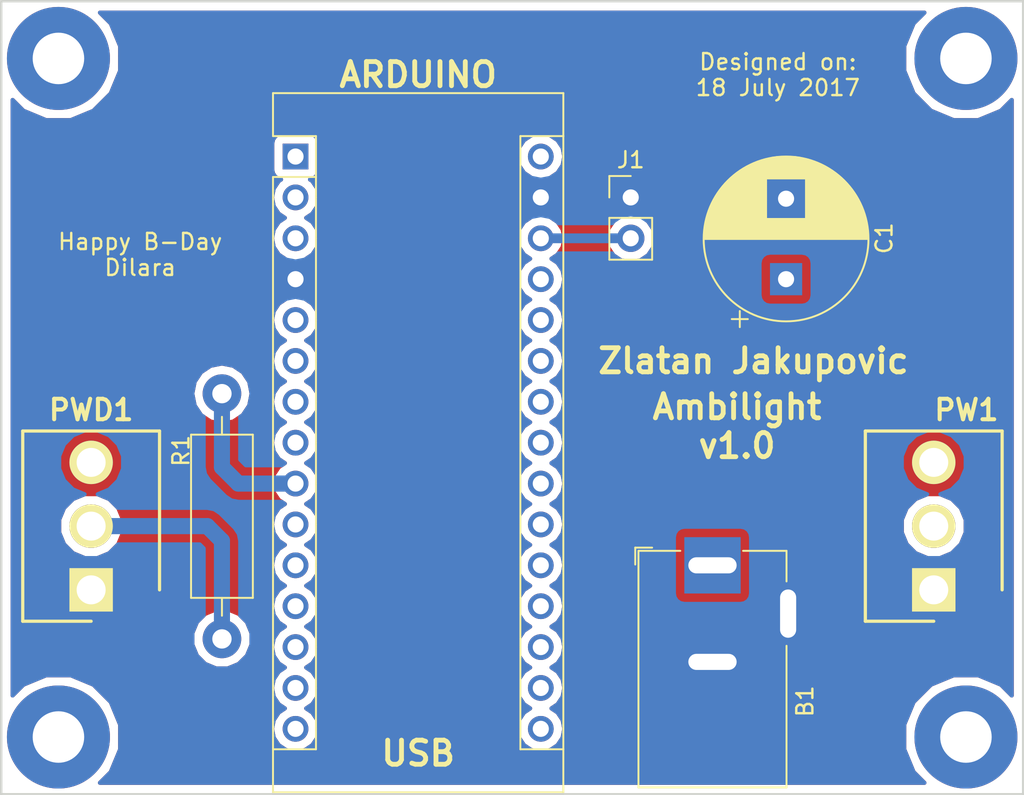
<source format=kicad_pcb>
(kicad_pcb (version 20171130) (host pcbnew 5.1.9)

  (general
    (thickness 1.6)
    (drawings 12)
    (tracks 7)
    (zones 0)
    (modules 11)
    (nets 33)
  )

  (page A4)
  (title_block
    (title "Ambilight PCB")
    (date 2017-07-18)
    (rev v1,0)
    (company "Zlatan Jakupovic")
  )

  (layers
    (0 F.Cu signal hide)
    (31 B.Cu signal)
    (32 B.Adhes user)
    (33 F.Adhes user)
    (34 B.Paste user)
    (35 F.Paste user)
    (36 B.SilkS user)
    (37 F.SilkS user)
    (38 B.Mask user)
    (39 F.Mask user)
    (40 Dwgs.User user)
    (41 Cmts.User user)
    (42 Eco1.User user)
    (43 Eco2.User user)
    (44 Edge.Cuts user)
    (45 Margin user)
    (46 B.CrtYd user)
    (47 F.CrtYd user)
    (48 B.Fab user)
    (49 F.Fab user)
  )

  (setup
    (last_trace_width 0.25)
    (user_trace_width 1)
    (user_trace_width 8)
    (trace_clearance 0.25)
    (zone_clearance 0.508)
    (zone_45_only yes)
    (trace_min 0.25)
    (via_size 0.6)
    (via_drill 0.4)
    (via_min_size 0.4)
    (via_min_drill 0.3)
    (uvia_size 0.3)
    (uvia_drill 0.1)
    (uvias_allowed no)
    (uvia_min_size 0.2)
    (uvia_min_drill 0.1)
    (edge_width 0.15)
    (segment_width 0.2)
    (pcb_text_width 0.3)
    (pcb_text_size 1.5 1.5)
    (mod_edge_width 0.15)
    (mod_text_size 1 1)
    (mod_text_width 0.15)
    (pad_size 1.524 1.524)
    (pad_drill 0.762)
    (pad_to_mask_clearance 0.2)
    (aux_axis_origin 0 0)
    (visible_elements FFFFFF7F)
    (pcbplotparams
      (layerselection 0x010e0_80000001)
      (usegerberextensions false)
      (usegerberattributes true)
      (usegerberadvancedattributes true)
      (creategerberjobfile true)
      (excludeedgelayer true)
      (linewidth 0.100000)
      (plotframeref false)
      (viasonmask false)
      (mode 1)
      (useauxorigin false)
      (hpglpennumber 1)
      (hpglpenspeed 20)
      (hpglpendiameter 15.000000)
      (psnegative false)
      (psa4output false)
      (plotreference true)
      (plotvalue true)
      (plotinvisibletext false)
      (padsonsilk false)
      (subtractmaskfromsilk false)
      (outputformat 1)
      (mirror false)
      (drillshape 0)
      (scaleselection 1)
      (outputdirectory "gerber/"))
  )

  (net 0 "")
  (net 1 "Net-(ARDUINO1-Pad1)")
  (net 2 "Net-(ARDUINO1-Pad17)")
  (net 3 "Net-(ARDUINO1-Pad2)")
  (net 4 "Net-(ARDUINO1-Pad18)")
  (net 5 "Net-(ARDUINO1-Pad3)")
  (net 6 "Net-(ARDUINO1-Pad19)")
  (net 7 GND)
  (net 8 "Net-(ARDUINO1-Pad20)")
  (net 9 "Net-(ARDUINO1-Pad5)")
  (net 10 "Net-(ARDUINO1-Pad21)")
  (net 11 "Net-(ARDUINO1-Pad6)")
  (net 12 "Net-(ARDUINO1-Pad22)")
  (net 13 "Net-(ARDUINO1-Pad7)")
  (net 14 "Net-(ARDUINO1-Pad23)")
  (net 15 "Net-(ARDUINO1-Pad8)")
  (net 16 "Net-(ARDUINO1-Pad24)")
  (net 17 "Net-(ARDUINO1-Pad9)")
  (net 18 "Net-(ARDUINO1-Pad25)")
  (net 19 "Net-(ARDUINO1-Pad10)")
  (net 20 "Net-(ARDUINO1-Pad26)")
  (net 21 "Net-(ARDUINO1-Pad11)")
  (net 22 "Net-(ARDUINO1-Pad27)")
  (net 23 "Net-(ARDUINO1-Pad12)")
  (net 24 "Net-(ARDUINO1-Pad28)")
  (net 25 "Net-(ARDUINO1-Pad13)")
  (net 26 "Net-(ARDUINO1-Pad14)")
  (net 27 "Net-(ARDUINO1-Pad30)")
  (net 28 "Net-(ARDUINO1-Pad15)")
  (net 29 "Net-(ARDUINO1-Pad16)")
  (net 30 +5V)
  (net 31 /DOUT)
  (net 32 "Net-(PW1-Pad2)")

  (net_class Default "This is the default net class."
    (clearance 0.25)
    (trace_width 0.25)
    (via_dia 0.6)
    (via_drill 0.4)
    (uvia_dia 0.3)
    (uvia_drill 0.1)
    (add_net GND)
    (add_net "Net-(PW1-Pad2)")
  )

  (net_class Data ""
    (clearance 0.25)
    (trace_width 0.6096)
    (via_dia 0.6)
    (via_drill 0.4)
    (uvia_dia 0.3)
    (uvia_drill 0.1)
    (add_net /DOUT)
    (add_net "Net-(ARDUINO1-Pad1)")
    (add_net "Net-(ARDUINO1-Pad10)")
    (add_net "Net-(ARDUINO1-Pad11)")
    (add_net "Net-(ARDUINO1-Pad12)")
    (add_net "Net-(ARDUINO1-Pad13)")
    (add_net "Net-(ARDUINO1-Pad14)")
    (add_net "Net-(ARDUINO1-Pad15)")
    (add_net "Net-(ARDUINO1-Pad16)")
    (add_net "Net-(ARDUINO1-Pad17)")
    (add_net "Net-(ARDUINO1-Pad18)")
    (add_net "Net-(ARDUINO1-Pad19)")
    (add_net "Net-(ARDUINO1-Pad2)")
    (add_net "Net-(ARDUINO1-Pad20)")
    (add_net "Net-(ARDUINO1-Pad21)")
    (add_net "Net-(ARDUINO1-Pad22)")
    (add_net "Net-(ARDUINO1-Pad23)")
    (add_net "Net-(ARDUINO1-Pad24)")
    (add_net "Net-(ARDUINO1-Pad25)")
    (add_net "Net-(ARDUINO1-Pad26)")
    (add_net "Net-(ARDUINO1-Pad27)")
    (add_net "Net-(ARDUINO1-Pad28)")
    (add_net "Net-(ARDUINO1-Pad3)")
    (add_net "Net-(ARDUINO1-Pad30)")
    (add_net "Net-(ARDUINO1-Pad5)")
    (add_net "Net-(ARDUINO1-Pad6)")
    (add_net "Net-(ARDUINO1-Pad7)")
    (add_net "Net-(ARDUINO1-Pad8)")
    (add_net "Net-(ARDUINO1-Pad9)")
  )

  (net_class Power ""
    (clearance 0.5)
    (trace_width 8)
    (via_dia 2)
    (via_drill 1.8)
    (uvia_dia 1.7)
    (uvia_drill 1)
    (add_net +5V)
  )

  (module Mounting_Holes:MountingHole_3.2mm_M3_Pad (layer F.Cu) (tedit 596D3ACD) (tstamp 596D3029)
    (at 120.396 121.92)
    (descr "Mounting Hole 3.2mm, M3")
    (tags "mounting hole 3.2mm m3")
    (fp_text reference M4 (at 0 -4.2) (layer F.SilkS) hide
      (effects (font (size 1 1) (thickness 0.15)))
    )
    (fp_text value MountingHole_3.2mm_M3 (at 0 4.2) (layer F.Fab)
      (effects (font (size 1 1) (thickness 0.15)))
    )
    (fp_circle (center 0 0) (end 3.45 0) (layer F.CrtYd) (width 0.05))
    (fp_circle (center 0 0) (end 3.2 0) (layer Cmts.User) (width 0.15))
    (pad 1 thru_hole circle (at 0 0) (size 6.4 6.4) (drill 3.2) (layers *.Cu *.Mask))
  )

  (module Mounting_Holes:MountingHole_3.2mm_M3_Pad (layer F.Cu) (tedit 596D3ADA) (tstamp 596D3060)
    (at 176.784 121.92)
    (descr "Mounting Hole 3.2mm, M3")
    (tags "mounting hole 3.2mm m3")
    (fp_text reference M1 (at 0 -4.2) (layer F.SilkS) hide
      (effects (font (size 1 1) (thickness 0.15)))
    )
    (fp_text value MountingHole_3.2mm_M3 (at 0 4.2) (layer F.Fab)
      (effects (font (size 1 1) (thickness 0.15)))
    )
    (fp_circle (center 0 0) (end 3.45 0) (layer F.CrtYd) (width 0.05))
    (fp_circle (center 0 0) (end 3.2 0) (layer Cmts.User) (width 0.15))
    (pad 1 thru_hole circle (at 0 0) (size 6.4 6.4) (drill 3.2) (layers *.Cu *.Mask))
  )

  (module Mounting_Holes:MountingHole_3.2mm_M3_Pad (layer F.Cu) (tedit 596D3AD6) (tstamp 596D3048)
    (at 176.784 79.756)
    (descr "Mounting Hole 3.2mm, M3")
    (tags "mounting hole 3.2mm m3")
    (fp_text reference M2 (at 0 -4.2) (layer F.SilkS) hide
      (effects (font (size 1 1) (thickness 0.15)))
    )
    (fp_text value MountingHole_3.2mm_M3 (at 0 4.2) (layer F.Fab)
      (effects (font (size 1 1) (thickness 0.15)))
    )
    (fp_circle (center 0 0) (end 3.45 0) (layer F.CrtYd) (width 0.05))
    (fp_circle (center 0 0) (end 3.2 0) (layer Cmts.User) (width 0.15))
    (pad 1 thru_hole circle (at 0 0) (size 6.4 6.4) (drill 3.2) (layers *.Cu *.Mask))
  )

  (module Mounting_Holes:MountingHole_3.2mm_M3_Pad (layer F.Cu) (tedit 596D3AD3) (tstamp 596D2FAC)
    (at 120.396 79.756)
    (descr "Mounting Hole 3.2mm, M3")
    (tags "mounting hole 3.2mm m3")
    (fp_text reference M3 (at 0 -4.2) (layer F.SilkS) hide
      (effects (font (size 1 1) (thickness 0.15)))
    )
    (fp_text value MountingHole_3.2mm_M3 (at 0 4.2) (layer F.Fab)
      (effects (font (size 1 1) (thickness 0.15)))
    )
    (fp_circle (center 0 0) (end 3.45 0) (layer F.CrtYd) (width 0.05))
    (fp_circle (center 0 0) (end 3.2 0) (layer Cmts.User) (width 0.15))
    (pad 1 thru_hole circle (at 0 0) (size 6.4 6.4) (drill 3.2) (layers *.Cu *.Mask))
  )

  (module B3P-VH:SHDR3W114P0X396_1X3_1182X850X940P (layer F.Cu) (tedit 596E364E) (tstamp 596E34EF)
    (at 174.784 112.776 90)
    (descr B3P-VH)
    (tags Connector)
    (path /596E3AA6)
    (fp_text reference PW1 (at 11.176 2.032 180) (layer F.SilkS)
      (effects (font (size 1.27 1.27) (thickness 0.254)))
    )
    (fp_text value B3P-VH (at 0 0 90) (layer F.SilkS) hide
      (effects (font (size 1.27 1.27) (thickness 0.254)))
    )
    (fp_line (start -1.95 -4.25) (end -1.95 0) (layer F.SilkS) (width 0.2))
    (fp_line (start 9.87 -4.25) (end -1.95 -4.25) (layer F.SilkS) (width 0.2))
    (fp_line (start 9.87 4.25) (end 9.87 -4.25) (layer F.SilkS) (width 0.2))
    (fp_line (start 0 4.25) (end 9.87 4.25) (layer F.SilkS) (width 0.2))
    (fp_line (start 9.87 4.25) (end -1.95 4.25) (layer Dwgs.User) (width 0.1))
    (fp_line (start 9.87 -4.25) (end 9.87 4.25) (layer Dwgs.User) (width 0.1))
    (fp_line (start -1.95 -4.25) (end 9.87 -4.25) (layer Dwgs.User) (width 0.1))
    (fp_line (start -1.95 4.25) (end -1.95 -4.25) (layer Dwgs.User) (width 0.1))
    (fp_line (start 10.12 4.5) (end -2.2 4.5) (layer Dwgs.User) (width 0.05))
    (fp_line (start 10.12 -4.5) (end 10.12 4.5) (layer Dwgs.User) (width 0.05))
    (fp_line (start -2.2 -4.5) (end 10.12 -4.5) (layer Dwgs.User) (width 0.05))
    (fp_line (start -2.2 4.5) (end -2.2 -4.5) (layer Dwgs.User) (width 0.05))
    (pad 1 thru_hole rect (at 0 0 180) (size 2.7 2.7) (drill 1.8) (layers *.Cu *.Mask F.SilkS)
      (net 7 GND))
    (pad 2 thru_hole circle (at 3.96 0 180) (size 2.7 2.7) (drill 1.8) (layers *.Cu *.Mask F.SilkS)
      (net 32 "Net-(PW1-Pad2)"))
    (pad 3 thru_hole circle (at 7.92 0 180) (size 2.7 2.7) (drill 1.8) (layers *.Cu *.Mask F.SilkS)
      (net 30 +5V))
  )

  (module B3P-VH:SHDR3W114P0X396_1X3_1182X850X940P (layer F.Cu) (tedit 596E3642) (tstamp 596E3502)
    (at 122.428 112.776 90)
    (descr B3P-VH)
    (tags Connector)
    (path /596E3C0C)
    (fp_text reference PWD1 (at 11.176 0 180) (layer F.SilkS)
      (effects (font (size 1.27 1.27) (thickness 0.254)))
    )
    (fp_text value B3P-VH (at 0 0 90) (layer F.SilkS) hide
      (effects (font (size 1.27 1.27) (thickness 0.254)))
    )
    (fp_line (start -1.95 -4.25) (end -1.95 0) (layer F.SilkS) (width 0.2))
    (fp_line (start 9.87 -4.25) (end -1.95 -4.25) (layer F.SilkS) (width 0.2))
    (fp_line (start 9.87 4.25) (end 9.87 -4.25) (layer F.SilkS) (width 0.2))
    (fp_line (start 0 4.25) (end 9.87 4.25) (layer F.SilkS) (width 0.2))
    (fp_line (start 9.87 4.25) (end -1.95 4.25) (layer Dwgs.User) (width 0.1))
    (fp_line (start 9.87 -4.25) (end 9.87 4.25) (layer Dwgs.User) (width 0.1))
    (fp_line (start -1.95 -4.25) (end 9.87 -4.25) (layer Dwgs.User) (width 0.1))
    (fp_line (start -1.95 4.25) (end -1.95 -4.25) (layer Dwgs.User) (width 0.1))
    (fp_line (start 10.12 4.5) (end -2.2 4.5) (layer Dwgs.User) (width 0.05))
    (fp_line (start 10.12 -4.5) (end 10.12 4.5) (layer Dwgs.User) (width 0.05))
    (fp_line (start -2.2 -4.5) (end 10.12 -4.5) (layer Dwgs.User) (width 0.05))
    (fp_line (start -2.2 4.5) (end -2.2 -4.5) (layer Dwgs.User) (width 0.05))
    (pad 1 thru_hole rect (at 0 0 180) (size 2.7 2.7) (drill 1.8) (layers *.Cu *.Mask F.SilkS)
      (net 7 GND))
    (pad 2 thru_hole circle (at 3.96 0 180) (size 2.7 2.7) (drill 1.8) (layers *.Cu *.Mask F.SilkS)
      (net 31 /DOUT))
    (pad 3 thru_hole circle (at 7.92 0 180) (size 2.7 2.7) (drill 1.8) (layers *.Cu *.Mask F.SilkS)
      (net 30 +5V))
  )

  (module Module:Arduino_Nano (layer F.Cu) (tedit 58ACAF70) (tstamp 60680D68)
    (at 135.128 85.852)
    (descr "Arduino Nano, http://www.mouser.com/pdfdocs/Gravitech_Arduino_Nano3_0.pdf")
    (tags "Arduino Nano")
    (path /596CE499)
    (fp_text reference ARDUINO1 (at 7.62 -5.08) (layer F.SilkS) hide
      (effects (font (size 1 1) (thickness 0.15)))
    )
    (fp_text value ARDUINO_NANO (at 8.89 19.05 90) (layer F.Fab)
      (effects (font (size 1 1) (thickness 0.15)))
    )
    (fp_line (start 16.75 42.16) (end -1.53 42.16) (layer F.CrtYd) (width 0.05))
    (fp_line (start 16.75 42.16) (end 16.75 -4.06) (layer F.CrtYd) (width 0.05))
    (fp_line (start -1.53 -4.06) (end -1.53 42.16) (layer F.CrtYd) (width 0.05))
    (fp_line (start -1.53 -4.06) (end 16.75 -4.06) (layer F.CrtYd) (width 0.05))
    (fp_line (start 16.51 -3.81) (end 16.51 39.37) (layer F.Fab) (width 0.1))
    (fp_line (start 0 -3.81) (end 16.51 -3.81) (layer F.Fab) (width 0.1))
    (fp_line (start -1.27 -2.54) (end 0 -3.81) (layer F.Fab) (width 0.1))
    (fp_line (start -1.27 39.37) (end -1.27 -2.54) (layer F.Fab) (width 0.1))
    (fp_line (start 16.51 39.37) (end -1.27 39.37) (layer F.Fab) (width 0.1))
    (fp_line (start 16.64 -3.94) (end -1.4 -3.94) (layer F.SilkS) (width 0.12))
    (fp_line (start 16.64 39.5) (end 16.64 -3.94) (layer F.SilkS) (width 0.12))
    (fp_line (start -1.4 39.5) (end 16.64 39.5) (layer F.SilkS) (width 0.12))
    (fp_line (start 3.81 41.91) (end 3.81 31.75) (layer F.Fab) (width 0.1))
    (fp_line (start 11.43 41.91) (end 3.81 41.91) (layer F.Fab) (width 0.1))
    (fp_line (start 11.43 31.75) (end 11.43 41.91) (layer F.Fab) (width 0.1))
    (fp_line (start 3.81 31.75) (end 11.43 31.75) (layer F.Fab) (width 0.1))
    (fp_line (start 1.27 36.83) (end -1.4 36.83) (layer F.SilkS) (width 0.12))
    (fp_line (start 1.27 1.27) (end 1.27 36.83) (layer F.SilkS) (width 0.12))
    (fp_line (start 1.27 1.27) (end -1.4 1.27) (layer F.SilkS) (width 0.12))
    (fp_line (start 13.97 36.83) (end 16.64 36.83) (layer F.SilkS) (width 0.12))
    (fp_line (start 13.97 -1.27) (end 13.97 36.83) (layer F.SilkS) (width 0.12))
    (fp_line (start 13.97 -1.27) (end 16.64 -1.27) (layer F.SilkS) (width 0.12))
    (fp_line (start -1.4 -3.94) (end -1.4 -1.27) (layer F.SilkS) (width 0.12))
    (fp_line (start -1.4 1.27) (end -1.4 39.5) (layer F.SilkS) (width 0.12))
    (fp_line (start 1.27 -1.27) (end -1.4 -1.27) (layer F.SilkS) (width 0.12))
    (fp_line (start 1.27 1.27) (end 1.27 -1.27) (layer F.SilkS) (width 0.12))
    (fp_text user %R (at 6.35 19.05 90) (layer F.Fab)
      (effects (font (size 1 1) (thickness 0.15)))
    )
    (pad 1 thru_hole rect (at 0 0) (size 1.6 1.6) (drill 1) (layers *.Cu *.Mask)
      (net 1 "Net-(ARDUINO1-Pad1)"))
    (pad 17 thru_hole oval (at 15.24 33.02) (size 1.6 1.6) (drill 1) (layers *.Cu *.Mask)
      (net 2 "Net-(ARDUINO1-Pad17)"))
    (pad 2 thru_hole oval (at 0 2.54) (size 1.6 1.6) (drill 1) (layers *.Cu *.Mask)
      (net 3 "Net-(ARDUINO1-Pad2)"))
    (pad 18 thru_hole oval (at 15.24 30.48) (size 1.6 1.6) (drill 1) (layers *.Cu *.Mask)
      (net 4 "Net-(ARDUINO1-Pad18)"))
    (pad 3 thru_hole oval (at 0 5.08) (size 1.6 1.6) (drill 1) (layers *.Cu *.Mask)
      (net 5 "Net-(ARDUINO1-Pad3)"))
    (pad 19 thru_hole oval (at 15.24 27.94) (size 1.6 1.6) (drill 1) (layers *.Cu *.Mask)
      (net 6 "Net-(ARDUINO1-Pad19)"))
    (pad 4 thru_hole oval (at 0 7.62) (size 1.6 1.6) (drill 1) (layers *.Cu *.Mask)
      (net 7 GND))
    (pad 20 thru_hole oval (at 15.24 25.4) (size 1.6 1.6) (drill 1) (layers *.Cu *.Mask)
      (net 8 "Net-(ARDUINO1-Pad20)"))
    (pad 5 thru_hole oval (at 0 10.16) (size 1.6 1.6) (drill 1) (layers *.Cu *.Mask)
      (net 9 "Net-(ARDUINO1-Pad5)"))
    (pad 21 thru_hole oval (at 15.24 22.86) (size 1.6 1.6) (drill 1) (layers *.Cu *.Mask)
      (net 10 "Net-(ARDUINO1-Pad21)"))
    (pad 6 thru_hole oval (at 0 12.7) (size 1.6 1.6) (drill 1) (layers *.Cu *.Mask)
      (net 11 "Net-(ARDUINO1-Pad6)"))
    (pad 22 thru_hole oval (at 15.24 20.32) (size 1.6 1.6) (drill 1) (layers *.Cu *.Mask)
      (net 12 "Net-(ARDUINO1-Pad22)"))
    (pad 7 thru_hole oval (at 0 15.24) (size 1.6 1.6) (drill 1) (layers *.Cu *.Mask)
      (net 13 "Net-(ARDUINO1-Pad7)"))
    (pad 23 thru_hole oval (at 15.24 17.78) (size 1.6 1.6) (drill 1) (layers *.Cu *.Mask)
      (net 14 "Net-(ARDUINO1-Pad23)"))
    (pad 8 thru_hole oval (at 0 17.78) (size 1.6 1.6) (drill 1) (layers *.Cu *.Mask)
      (net 15 "Net-(ARDUINO1-Pad8)"))
    (pad 24 thru_hole oval (at 15.24 15.24) (size 1.6 1.6) (drill 1) (layers *.Cu *.Mask)
      (net 16 "Net-(ARDUINO1-Pad24)"))
    (pad 9 thru_hole oval (at 0 20.32) (size 1.6 1.6) (drill 1) (layers *.Cu *.Mask)
      (net 17 "Net-(ARDUINO1-Pad9)"))
    (pad 25 thru_hole oval (at 15.24 12.7) (size 1.6 1.6) (drill 1) (layers *.Cu *.Mask)
      (net 18 "Net-(ARDUINO1-Pad25)"))
    (pad 10 thru_hole oval (at 0 22.86) (size 1.6 1.6) (drill 1) (layers *.Cu *.Mask)
      (net 19 "Net-(ARDUINO1-Pad10)"))
    (pad 26 thru_hole oval (at 15.24 10.16) (size 1.6 1.6) (drill 1) (layers *.Cu *.Mask)
      (net 20 "Net-(ARDUINO1-Pad26)"))
    (pad 11 thru_hole oval (at 0 25.4) (size 1.6 1.6) (drill 1) (layers *.Cu *.Mask)
      (net 21 "Net-(ARDUINO1-Pad11)"))
    (pad 27 thru_hole oval (at 15.24 7.62) (size 1.6 1.6) (drill 1) (layers *.Cu *.Mask)
      (net 22 "Net-(ARDUINO1-Pad27)"))
    (pad 12 thru_hole oval (at 0 27.94) (size 1.6 1.6) (drill 1) (layers *.Cu *.Mask)
      (net 23 "Net-(ARDUINO1-Pad12)"))
    (pad 28 thru_hole oval (at 15.24 5.08) (size 1.6 1.6) (drill 1) (layers *.Cu *.Mask)
      (net 24 "Net-(ARDUINO1-Pad28)"))
    (pad 13 thru_hole oval (at 0 30.48) (size 1.6 1.6) (drill 1) (layers *.Cu *.Mask)
      (net 25 "Net-(ARDUINO1-Pad13)"))
    (pad 29 thru_hole oval (at 15.24 2.54) (size 1.6 1.6) (drill 1) (layers *.Cu *.Mask)
      (net 7 GND))
    (pad 14 thru_hole oval (at 0 33.02) (size 1.6 1.6) (drill 1) (layers *.Cu *.Mask)
      (net 26 "Net-(ARDUINO1-Pad14)"))
    (pad 30 thru_hole oval (at 15.24 0) (size 1.6 1.6) (drill 1) (layers *.Cu *.Mask)
      (net 27 "Net-(ARDUINO1-Pad30)"))
    (pad 15 thru_hole oval (at 0 35.56) (size 1.6 1.6) (drill 1) (layers *.Cu *.Mask)
      (net 28 "Net-(ARDUINO1-Pad15)"))
    (pad 16 thru_hole oval (at 15.24 35.56) (size 1.6 1.6) (drill 1) (layers *.Cu *.Mask)
      (net 29 "Net-(ARDUINO1-Pad16)"))
    (model ${KISYS3DMOD}/Module.3dshapes/Arduino_Nano_WithMountingHoles.wrl
      (at (xyz 0 0 0))
      (scale (xyz 1 1 1))
      (rotate (xyz 0 0 0))
    )
  )

  (module Connector_BarrelJack:BarrelJack_Horizontal (layer F.Cu) (tedit 5A1DBF6A) (tstamp 60680DA4)
    (at 161.036 111.252 90)
    (descr "DC Barrel Jack")
    (tags "Power Jack")
    (path /596797F3)
    (fp_text reference B1 (at -8.45 5.75 90) (layer F.SilkS)
      (effects (font (size 1 1) (thickness 0.15)))
    )
    (fp_text value PWR_IN (at -6.2 -5.5 90) (layer F.Fab)
      (effects (font (size 1 1) (thickness 0.15)))
    )
    (fp_line (start 0 -4.5) (end -13.7 -4.5) (layer F.Fab) (width 0.1))
    (fp_line (start 0.8 4.5) (end 0.8 -3.75) (layer F.Fab) (width 0.1))
    (fp_line (start -13.7 4.5) (end 0.8 4.5) (layer F.Fab) (width 0.1))
    (fp_line (start -13.7 -4.5) (end -13.7 4.5) (layer F.Fab) (width 0.1))
    (fp_line (start -10.2 -4.5) (end -10.2 4.5) (layer F.Fab) (width 0.1))
    (fp_line (start 0.9 -4.6) (end 0.9 -2) (layer F.SilkS) (width 0.12))
    (fp_line (start -13.8 -4.6) (end 0.9 -4.6) (layer F.SilkS) (width 0.12))
    (fp_line (start 0.9 4.6) (end -1 4.6) (layer F.SilkS) (width 0.12))
    (fp_line (start 0.9 1.9) (end 0.9 4.6) (layer F.SilkS) (width 0.12))
    (fp_line (start -13.8 4.6) (end -13.8 -4.6) (layer F.SilkS) (width 0.12))
    (fp_line (start -5 4.6) (end -13.8 4.6) (layer F.SilkS) (width 0.12))
    (fp_line (start -14 4.75) (end -14 -4.75) (layer F.CrtYd) (width 0.05))
    (fp_line (start -5 4.75) (end -14 4.75) (layer F.CrtYd) (width 0.05))
    (fp_line (start -5 6.75) (end -5 4.75) (layer F.CrtYd) (width 0.05))
    (fp_line (start -1 6.75) (end -5 6.75) (layer F.CrtYd) (width 0.05))
    (fp_line (start -1 4.75) (end -1 6.75) (layer F.CrtYd) (width 0.05))
    (fp_line (start 1 4.75) (end -1 4.75) (layer F.CrtYd) (width 0.05))
    (fp_line (start 1 2) (end 1 4.75) (layer F.CrtYd) (width 0.05))
    (fp_line (start 2 2) (end 1 2) (layer F.CrtYd) (width 0.05))
    (fp_line (start 2 -2) (end 2 2) (layer F.CrtYd) (width 0.05))
    (fp_line (start 1 -2) (end 2 -2) (layer F.CrtYd) (width 0.05))
    (fp_line (start 1 -4.5) (end 1 -2) (layer F.CrtYd) (width 0.05))
    (fp_line (start 1 -4.75) (end -14 -4.75) (layer F.CrtYd) (width 0.05))
    (fp_line (start 1 -4.5) (end 1 -4.75) (layer F.CrtYd) (width 0.05))
    (fp_line (start 0.05 -4.8) (end 1.1 -4.8) (layer F.SilkS) (width 0.12))
    (fp_line (start 1.1 -3.75) (end 1.1 -4.8) (layer F.SilkS) (width 0.12))
    (fp_line (start -0.003213 -4.505425) (end 0.8 -3.75) (layer F.Fab) (width 0.1))
    (fp_text user %R (at -3 -2.95 90) (layer F.Fab)
      (effects (font (size 1 1) (thickness 0.15)))
    )
    (pad 1 thru_hole rect (at 0 0 90) (size 3.5 3.5) (drill oval 1 3) (layers *.Cu *.Mask)
      (net 30 +5V))
    (pad 2 thru_hole roundrect (at -6 0 90) (size 3 3.5) (drill oval 1 3) (layers *.Cu *.Mask) (roundrect_rratio 0.25)
      (net 7 GND))
    (pad 3 thru_hole roundrect (at -3 4.7 90) (size 3.5 3.5) (drill oval 3 1) (layers *.Cu *.Mask) (roundrect_rratio 0.25)
      (net 7 GND))
    (model ${KISYS3DMOD}/Connector_BarrelJack.3dshapes/BarrelJack_Horizontal.wrl
      (at (xyz 0 0 0))
      (scale (xyz 1 1 1))
      (rotate (xyz 0 0 0))
    )
  )

  (module Capacitor_THT:CP_Radial_D10.0mm_P5.00mm (layer F.Cu) (tedit 5AE50EF1) (tstamp 60680DC6)
    (at 165.608 93.472 90)
    (descr "CP, Radial series, Radial, pin pitch=5.00mm, , diameter=10mm, Electrolytic Capacitor")
    (tags "CP Radial series Radial pin pitch 5.00mm  diameter 10mm Electrolytic Capacitor")
    (path /59679795)
    (fp_text reference C1 (at 2.54 6.096 90) (layer F.SilkS)
      (effects (font (size 1 1) (thickness 0.15)))
    )
    (fp_text value 1000mF (at 2.5 6.06 90) (layer F.Fab)
      (effects (font (size 1 1) (thickness 0.15)))
    )
    (fp_line (start -2.479646 -3.375) (end -2.479646 -2.375) (layer F.SilkS) (width 0.12))
    (fp_line (start -2.979646 -2.875) (end -1.979646 -2.875) (layer F.SilkS) (width 0.12))
    (fp_line (start 7.581 -0.599) (end 7.581 0.599) (layer F.SilkS) (width 0.12))
    (fp_line (start 7.541 -0.862) (end 7.541 0.862) (layer F.SilkS) (width 0.12))
    (fp_line (start 7.501 -1.062) (end 7.501 1.062) (layer F.SilkS) (width 0.12))
    (fp_line (start 7.461 -1.23) (end 7.461 1.23) (layer F.SilkS) (width 0.12))
    (fp_line (start 7.421 -1.378) (end 7.421 1.378) (layer F.SilkS) (width 0.12))
    (fp_line (start 7.381 -1.51) (end 7.381 1.51) (layer F.SilkS) (width 0.12))
    (fp_line (start 7.341 -1.63) (end 7.341 1.63) (layer F.SilkS) (width 0.12))
    (fp_line (start 7.301 -1.742) (end 7.301 1.742) (layer F.SilkS) (width 0.12))
    (fp_line (start 7.261 -1.846) (end 7.261 1.846) (layer F.SilkS) (width 0.12))
    (fp_line (start 7.221 -1.944) (end 7.221 1.944) (layer F.SilkS) (width 0.12))
    (fp_line (start 7.181 -2.037) (end 7.181 2.037) (layer F.SilkS) (width 0.12))
    (fp_line (start 7.141 -2.125) (end 7.141 2.125) (layer F.SilkS) (width 0.12))
    (fp_line (start 7.101 -2.209) (end 7.101 2.209) (layer F.SilkS) (width 0.12))
    (fp_line (start 7.061 -2.289) (end 7.061 2.289) (layer F.SilkS) (width 0.12))
    (fp_line (start 7.021 -2.365) (end 7.021 2.365) (layer F.SilkS) (width 0.12))
    (fp_line (start 6.981 -2.439) (end 6.981 2.439) (layer F.SilkS) (width 0.12))
    (fp_line (start 6.941 -2.51) (end 6.941 2.51) (layer F.SilkS) (width 0.12))
    (fp_line (start 6.901 -2.579) (end 6.901 2.579) (layer F.SilkS) (width 0.12))
    (fp_line (start 6.861 -2.645) (end 6.861 2.645) (layer F.SilkS) (width 0.12))
    (fp_line (start 6.821 -2.709) (end 6.821 2.709) (layer F.SilkS) (width 0.12))
    (fp_line (start 6.781 -2.77) (end 6.781 2.77) (layer F.SilkS) (width 0.12))
    (fp_line (start 6.741 -2.83) (end 6.741 2.83) (layer F.SilkS) (width 0.12))
    (fp_line (start 6.701 -2.889) (end 6.701 2.889) (layer F.SilkS) (width 0.12))
    (fp_line (start 6.661 -2.945) (end 6.661 2.945) (layer F.SilkS) (width 0.12))
    (fp_line (start 6.621 -3) (end 6.621 3) (layer F.SilkS) (width 0.12))
    (fp_line (start 6.581 -3.054) (end 6.581 3.054) (layer F.SilkS) (width 0.12))
    (fp_line (start 6.541 -3.106) (end 6.541 3.106) (layer F.SilkS) (width 0.12))
    (fp_line (start 6.501 -3.156) (end 6.501 3.156) (layer F.SilkS) (width 0.12))
    (fp_line (start 6.461 -3.206) (end 6.461 3.206) (layer F.SilkS) (width 0.12))
    (fp_line (start 6.421 -3.254) (end 6.421 3.254) (layer F.SilkS) (width 0.12))
    (fp_line (start 6.381 -3.301) (end 6.381 3.301) (layer F.SilkS) (width 0.12))
    (fp_line (start 6.341 -3.347) (end 6.341 3.347) (layer F.SilkS) (width 0.12))
    (fp_line (start 6.301 -3.392) (end 6.301 3.392) (layer F.SilkS) (width 0.12))
    (fp_line (start 6.261 -3.436) (end 6.261 3.436) (layer F.SilkS) (width 0.12))
    (fp_line (start 6.221 1.241) (end 6.221 3.478) (layer F.SilkS) (width 0.12))
    (fp_line (start 6.221 -3.478) (end 6.221 -1.241) (layer F.SilkS) (width 0.12))
    (fp_line (start 6.181 1.241) (end 6.181 3.52) (layer F.SilkS) (width 0.12))
    (fp_line (start 6.181 -3.52) (end 6.181 -1.241) (layer F.SilkS) (width 0.12))
    (fp_line (start 6.141 1.241) (end 6.141 3.561) (layer F.SilkS) (width 0.12))
    (fp_line (start 6.141 -3.561) (end 6.141 -1.241) (layer F.SilkS) (width 0.12))
    (fp_line (start 6.101 1.241) (end 6.101 3.601) (layer F.SilkS) (width 0.12))
    (fp_line (start 6.101 -3.601) (end 6.101 -1.241) (layer F.SilkS) (width 0.12))
    (fp_line (start 6.061 1.241) (end 6.061 3.64) (layer F.SilkS) (width 0.12))
    (fp_line (start 6.061 -3.64) (end 6.061 -1.241) (layer F.SilkS) (width 0.12))
    (fp_line (start 6.021 1.241) (end 6.021 3.679) (layer F.SilkS) (width 0.12))
    (fp_line (start 6.021 -3.679) (end 6.021 -1.241) (layer F.SilkS) (width 0.12))
    (fp_line (start 5.981 1.241) (end 5.981 3.716) (layer F.SilkS) (width 0.12))
    (fp_line (start 5.981 -3.716) (end 5.981 -1.241) (layer F.SilkS) (width 0.12))
    (fp_line (start 5.941 1.241) (end 5.941 3.753) (layer F.SilkS) (width 0.12))
    (fp_line (start 5.941 -3.753) (end 5.941 -1.241) (layer F.SilkS) (width 0.12))
    (fp_line (start 5.901 1.241) (end 5.901 3.789) (layer F.SilkS) (width 0.12))
    (fp_line (start 5.901 -3.789) (end 5.901 -1.241) (layer F.SilkS) (width 0.12))
    (fp_line (start 5.861 1.241) (end 5.861 3.824) (layer F.SilkS) (width 0.12))
    (fp_line (start 5.861 -3.824) (end 5.861 -1.241) (layer F.SilkS) (width 0.12))
    (fp_line (start 5.821 1.241) (end 5.821 3.858) (layer F.SilkS) (width 0.12))
    (fp_line (start 5.821 -3.858) (end 5.821 -1.241) (layer F.SilkS) (width 0.12))
    (fp_line (start 5.781 1.241) (end 5.781 3.892) (layer F.SilkS) (width 0.12))
    (fp_line (start 5.781 -3.892) (end 5.781 -1.241) (layer F.SilkS) (width 0.12))
    (fp_line (start 5.741 1.241) (end 5.741 3.925) (layer F.SilkS) (width 0.12))
    (fp_line (start 5.741 -3.925) (end 5.741 -1.241) (layer F.SilkS) (width 0.12))
    (fp_line (start 5.701 1.241) (end 5.701 3.957) (layer F.SilkS) (width 0.12))
    (fp_line (start 5.701 -3.957) (end 5.701 -1.241) (layer F.SilkS) (width 0.12))
    (fp_line (start 5.661 1.241) (end 5.661 3.989) (layer F.SilkS) (width 0.12))
    (fp_line (start 5.661 -3.989) (end 5.661 -1.241) (layer F.SilkS) (width 0.12))
    (fp_line (start 5.621 1.241) (end 5.621 4.02) (layer F.SilkS) (width 0.12))
    (fp_line (start 5.621 -4.02) (end 5.621 -1.241) (layer F.SilkS) (width 0.12))
    (fp_line (start 5.581 1.241) (end 5.581 4.05) (layer F.SilkS) (width 0.12))
    (fp_line (start 5.581 -4.05) (end 5.581 -1.241) (layer F.SilkS) (width 0.12))
    (fp_line (start 5.541 1.241) (end 5.541 4.08) (layer F.SilkS) (width 0.12))
    (fp_line (start 5.541 -4.08) (end 5.541 -1.241) (layer F.SilkS) (width 0.12))
    (fp_line (start 5.501 1.241) (end 5.501 4.11) (layer F.SilkS) (width 0.12))
    (fp_line (start 5.501 -4.11) (end 5.501 -1.241) (layer F.SilkS) (width 0.12))
    (fp_line (start 5.461 1.241) (end 5.461 4.138) (layer F.SilkS) (width 0.12))
    (fp_line (start 5.461 -4.138) (end 5.461 -1.241) (layer F.SilkS) (width 0.12))
    (fp_line (start 5.421 1.241) (end 5.421 4.166) (layer F.SilkS) (width 0.12))
    (fp_line (start 5.421 -4.166) (end 5.421 -1.241) (layer F.SilkS) (width 0.12))
    (fp_line (start 5.381 1.241) (end 5.381 4.194) (layer F.SilkS) (width 0.12))
    (fp_line (start 5.381 -4.194) (end 5.381 -1.241) (layer F.SilkS) (width 0.12))
    (fp_line (start 5.341 1.241) (end 5.341 4.221) (layer F.SilkS) (width 0.12))
    (fp_line (start 5.341 -4.221) (end 5.341 -1.241) (layer F.SilkS) (width 0.12))
    (fp_line (start 5.301 1.241) (end 5.301 4.247) (layer F.SilkS) (width 0.12))
    (fp_line (start 5.301 -4.247) (end 5.301 -1.241) (layer F.SilkS) (width 0.12))
    (fp_line (start 5.261 1.241) (end 5.261 4.273) (layer F.SilkS) (width 0.12))
    (fp_line (start 5.261 -4.273) (end 5.261 -1.241) (layer F.SilkS) (width 0.12))
    (fp_line (start 5.221 1.241) (end 5.221 4.298) (layer F.SilkS) (width 0.12))
    (fp_line (start 5.221 -4.298) (end 5.221 -1.241) (layer F.SilkS) (width 0.12))
    (fp_line (start 5.181 1.241) (end 5.181 4.323) (layer F.SilkS) (width 0.12))
    (fp_line (start 5.181 -4.323) (end 5.181 -1.241) (layer F.SilkS) (width 0.12))
    (fp_line (start 5.141 1.241) (end 5.141 4.347) (layer F.SilkS) (width 0.12))
    (fp_line (start 5.141 -4.347) (end 5.141 -1.241) (layer F.SilkS) (width 0.12))
    (fp_line (start 5.101 1.241) (end 5.101 4.371) (layer F.SilkS) (width 0.12))
    (fp_line (start 5.101 -4.371) (end 5.101 -1.241) (layer F.SilkS) (width 0.12))
    (fp_line (start 5.061 1.241) (end 5.061 4.395) (layer F.SilkS) (width 0.12))
    (fp_line (start 5.061 -4.395) (end 5.061 -1.241) (layer F.SilkS) (width 0.12))
    (fp_line (start 5.021 1.241) (end 5.021 4.417) (layer F.SilkS) (width 0.12))
    (fp_line (start 5.021 -4.417) (end 5.021 -1.241) (layer F.SilkS) (width 0.12))
    (fp_line (start 4.981 1.241) (end 4.981 4.44) (layer F.SilkS) (width 0.12))
    (fp_line (start 4.981 -4.44) (end 4.981 -1.241) (layer F.SilkS) (width 0.12))
    (fp_line (start 4.941 1.241) (end 4.941 4.462) (layer F.SilkS) (width 0.12))
    (fp_line (start 4.941 -4.462) (end 4.941 -1.241) (layer F.SilkS) (width 0.12))
    (fp_line (start 4.901 1.241) (end 4.901 4.483) (layer F.SilkS) (width 0.12))
    (fp_line (start 4.901 -4.483) (end 4.901 -1.241) (layer F.SilkS) (width 0.12))
    (fp_line (start 4.861 1.241) (end 4.861 4.504) (layer F.SilkS) (width 0.12))
    (fp_line (start 4.861 -4.504) (end 4.861 -1.241) (layer F.SilkS) (width 0.12))
    (fp_line (start 4.821 1.241) (end 4.821 4.525) (layer F.SilkS) (width 0.12))
    (fp_line (start 4.821 -4.525) (end 4.821 -1.241) (layer F.SilkS) (width 0.12))
    (fp_line (start 4.781 1.241) (end 4.781 4.545) (layer F.SilkS) (width 0.12))
    (fp_line (start 4.781 -4.545) (end 4.781 -1.241) (layer F.SilkS) (width 0.12))
    (fp_line (start 4.741 1.241) (end 4.741 4.564) (layer F.SilkS) (width 0.12))
    (fp_line (start 4.741 -4.564) (end 4.741 -1.241) (layer F.SilkS) (width 0.12))
    (fp_line (start 4.701 1.241) (end 4.701 4.584) (layer F.SilkS) (width 0.12))
    (fp_line (start 4.701 -4.584) (end 4.701 -1.241) (layer F.SilkS) (width 0.12))
    (fp_line (start 4.661 1.241) (end 4.661 4.603) (layer F.SilkS) (width 0.12))
    (fp_line (start 4.661 -4.603) (end 4.661 -1.241) (layer F.SilkS) (width 0.12))
    (fp_line (start 4.621 1.241) (end 4.621 4.621) (layer F.SilkS) (width 0.12))
    (fp_line (start 4.621 -4.621) (end 4.621 -1.241) (layer F.SilkS) (width 0.12))
    (fp_line (start 4.581 1.241) (end 4.581 4.639) (layer F.SilkS) (width 0.12))
    (fp_line (start 4.581 -4.639) (end 4.581 -1.241) (layer F.SilkS) (width 0.12))
    (fp_line (start 4.541 1.241) (end 4.541 4.657) (layer F.SilkS) (width 0.12))
    (fp_line (start 4.541 -4.657) (end 4.541 -1.241) (layer F.SilkS) (width 0.12))
    (fp_line (start 4.501 1.241) (end 4.501 4.674) (layer F.SilkS) (width 0.12))
    (fp_line (start 4.501 -4.674) (end 4.501 -1.241) (layer F.SilkS) (width 0.12))
    (fp_line (start 4.461 1.241) (end 4.461 4.69) (layer F.SilkS) (width 0.12))
    (fp_line (start 4.461 -4.69) (end 4.461 -1.241) (layer F.SilkS) (width 0.12))
    (fp_line (start 4.421 1.241) (end 4.421 4.707) (layer F.SilkS) (width 0.12))
    (fp_line (start 4.421 -4.707) (end 4.421 -1.241) (layer F.SilkS) (width 0.12))
    (fp_line (start 4.381 1.241) (end 4.381 4.723) (layer F.SilkS) (width 0.12))
    (fp_line (start 4.381 -4.723) (end 4.381 -1.241) (layer F.SilkS) (width 0.12))
    (fp_line (start 4.341 1.241) (end 4.341 4.738) (layer F.SilkS) (width 0.12))
    (fp_line (start 4.341 -4.738) (end 4.341 -1.241) (layer F.SilkS) (width 0.12))
    (fp_line (start 4.301 1.241) (end 4.301 4.754) (layer F.SilkS) (width 0.12))
    (fp_line (start 4.301 -4.754) (end 4.301 -1.241) (layer F.SilkS) (width 0.12))
    (fp_line (start 4.261 1.241) (end 4.261 4.768) (layer F.SilkS) (width 0.12))
    (fp_line (start 4.261 -4.768) (end 4.261 -1.241) (layer F.SilkS) (width 0.12))
    (fp_line (start 4.221 1.241) (end 4.221 4.783) (layer F.SilkS) (width 0.12))
    (fp_line (start 4.221 -4.783) (end 4.221 -1.241) (layer F.SilkS) (width 0.12))
    (fp_line (start 4.181 1.241) (end 4.181 4.797) (layer F.SilkS) (width 0.12))
    (fp_line (start 4.181 -4.797) (end 4.181 -1.241) (layer F.SilkS) (width 0.12))
    (fp_line (start 4.141 1.241) (end 4.141 4.811) (layer F.SilkS) (width 0.12))
    (fp_line (start 4.141 -4.811) (end 4.141 -1.241) (layer F.SilkS) (width 0.12))
    (fp_line (start 4.101 1.241) (end 4.101 4.824) (layer F.SilkS) (width 0.12))
    (fp_line (start 4.101 -4.824) (end 4.101 -1.241) (layer F.SilkS) (width 0.12))
    (fp_line (start 4.061 1.241) (end 4.061 4.837) (layer F.SilkS) (width 0.12))
    (fp_line (start 4.061 -4.837) (end 4.061 -1.241) (layer F.SilkS) (width 0.12))
    (fp_line (start 4.021 1.241) (end 4.021 4.85) (layer F.SilkS) (width 0.12))
    (fp_line (start 4.021 -4.85) (end 4.021 -1.241) (layer F.SilkS) (width 0.12))
    (fp_line (start 3.981 1.241) (end 3.981 4.862) (layer F.SilkS) (width 0.12))
    (fp_line (start 3.981 -4.862) (end 3.981 -1.241) (layer F.SilkS) (width 0.12))
    (fp_line (start 3.941 1.241) (end 3.941 4.874) (layer F.SilkS) (width 0.12))
    (fp_line (start 3.941 -4.874) (end 3.941 -1.241) (layer F.SilkS) (width 0.12))
    (fp_line (start 3.901 1.241) (end 3.901 4.885) (layer F.SilkS) (width 0.12))
    (fp_line (start 3.901 -4.885) (end 3.901 -1.241) (layer F.SilkS) (width 0.12))
    (fp_line (start 3.861 1.241) (end 3.861 4.897) (layer F.SilkS) (width 0.12))
    (fp_line (start 3.861 -4.897) (end 3.861 -1.241) (layer F.SilkS) (width 0.12))
    (fp_line (start 3.821 1.241) (end 3.821 4.907) (layer F.SilkS) (width 0.12))
    (fp_line (start 3.821 -4.907) (end 3.821 -1.241) (layer F.SilkS) (width 0.12))
    (fp_line (start 3.781 1.241) (end 3.781 4.918) (layer F.SilkS) (width 0.12))
    (fp_line (start 3.781 -4.918) (end 3.781 -1.241) (layer F.SilkS) (width 0.12))
    (fp_line (start 3.741 -4.928) (end 3.741 4.928) (layer F.SilkS) (width 0.12))
    (fp_line (start 3.701 -4.938) (end 3.701 4.938) (layer F.SilkS) (width 0.12))
    (fp_line (start 3.661 -4.947) (end 3.661 4.947) (layer F.SilkS) (width 0.12))
    (fp_line (start 3.621 -4.956) (end 3.621 4.956) (layer F.SilkS) (width 0.12))
    (fp_line (start 3.581 -4.965) (end 3.581 4.965) (layer F.SilkS) (width 0.12))
    (fp_line (start 3.541 -4.974) (end 3.541 4.974) (layer F.SilkS) (width 0.12))
    (fp_line (start 3.501 -4.982) (end 3.501 4.982) (layer F.SilkS) (width 0.12))
    (fp_line (start 3.461 -4.99) (end 3.461 4.99) (layer F.SilkS) (width 0.12))
    (fp_line (start 3.421 -4.997) (end 3.421 4.997) (layer F.SilkS) (width 0.12))
    (fp_line (start 3.381 -5.004) (end 3.381 5.004) (layer F.SilkS) (width 0.12))
    (fp_line (start 3.341 -5.011) (end 3.341 5.011) (layer F.SilkS) (width 0.12))
    (fp_line (start 3.301 -5.018) (end 3.301 5.018) (layer F.SilkS) (width 0.12))
    (fp_line (start 3.261 -5.024) (end 3.261 5.024) (layer F.SilkS) (width 0.12))
    (fp_line (start 3.221 -5.03) (end 3.221 5.03) (layer F.SilkS) (width 0.12))
    (fp_line (start 3.18 -5.035) (end 3.18 5.035) (layer F.SilkS) (width 0.12))
    (fp_line (start 3.14 -5.04) (end 3.14 5.04) (layer F.SilkS) (width 0.12))
    (fp_line (start 3.1 -5.045) (end 3.1 5.045) (layer F.SilkS) (width 0.12))
    (fp_line (start 3.06 -5.05) (end 3.06 5.05) (layer F.SilkS) (width 0.12))
    (fp_line (start 3.02 -5.054) (end 3.02 5.054) (layer F.SilkS) (width 0.12))
    (fp_line (start 2.98 -5.058) (end 2.98 5.058) (layer F.SilkS) (width 0.12))
    (fp_line (start 2.94 -5.062) (end 2.94 5.062) (layer F.SilkS) (width 0.12))
    (fp_line (start 2.9 -5.065) (end 2.9 5.065) (layer F.SilkS) (width 0.12))
    (fp_line (start 2.86 -5.068) (end 2.86 5.068) (layer F.SilkS) (width 0.12))
    (fp_line (start 2.82 -5.07) (end 2.82 5.07) (layer F.SilkS) (width 0.12))
    (fp_line (start 2.78 -5.073) (end 2.78 5.073) (layer F.SilkS) (width 0.12))
    (fp_line (start 2.74 -5.075) (end 2.74 5.075) (layer F.SilkS) (width 0.12))
    (fp_line (start 2.7 -5.077) (end 2.7 5.077) (layer F.SilkS) (width 0.12))
    (fp_line (start 2.66 -5.078) (end 2.66 5.078) (layer F.SilkS) (width 0.12))
    (fp_line (start 2.62 -5.079) (end 2.62 5.079) (layer F.SilkS) (width 0.12))
    (fp_line (start 2.58 -5.08) (end 2.58 5.08) (layer F.SilkS) (width 0.12))
    (fp_line (start 2.54 -5.08) (end 2.54 5.08) (layer F.SilkS) (width 0.12))
    (fp_line (start 2.5 -5.08) (end 2.5 5.08) (layer F.SilkS) (width 0.12))
    (fp_line (start -1.288861 -2.6875) (end -1.288861 -1.6875) (layer F.Fab) (width 0.1))
    (fp_line (start -1.788861 -2.1875) (end -0.788861 -2.1875) (layer F.Fab) (width 0.1))
    (fp_circle (center 2.5 0) (end 7.75 0) (layer F.CrtYd) (width 0.05))
    (fp_circle (center 2.5 0) (end 7.62 0) (layer F.SilkS) (width 0.12))
    (fp_circle (center 2.5 0) (end 7.5 0) (layer F.Fab) (width 0.1))
    (fp_text user %R (at 2.5 0 90) (layer F.Fab)
      (effects (font (size 1 1) (thickness 0.15)))
    )
    (pad 1 thru_hole rect (at 0 0 90) (size 2 2) (drill 1) (layers *.Cu *.Mask)
      (net 30 +5V))
    (pad 2 thru_hole circle (at 5 0 90) (size 2 2) (drill 1) (layers *.Cu *.Mask)
      (net 7 GND))
    (model ${KISYS3DMOD}/Capacitor_THT.3dshapes/CP_Radial_D10.0mm_P5.00mm.wrl
      (at (xyz 0 0 0))
      (scale (xyz 1 1 1))
      (rotate (xyz 0 0 0))
    )
  )

  (module Connector_PinHeader_2.54mm:PinHeader_1x02_P2.54mm_Vertical (layer F.Cu) (tedit 59FED5CC) (tstamp 60680E91)
    (at 155.956 88.392)
    (descr "Through hole straight pin header, 1x02, 2.54mm pitch, single row")
    (tags "Through hole pin header THT 1x02 2.54mm single row")
    (path /596CEAC6)
    (fp_text reference J1 (at 0 -2.33) (layer F.SilkS)
      (effects (font (size 1 1) (thickness 0.15)))
    )
    (fp_text value Reset (at 0 4.87) (layer F.Fab)
      (effects (font (size 1 1) (thickness 0.15)))
    )
    (fp_line (start 1.8 -1.8) (end -1.8 -1.8) (layer F.CrtYd) (width 0.05))
    (fp_line (start 1.8 4.35) (end 1.8 -1.8) (layer F.CrtYd) (width 0.05))
    (fp_line (start -1.8 4.35) (end 1.8 4.35) (layer F.CrtYd) (width 0.05))
    (fp_line (start -1.8 -1.8) (end -1.8 4.35) (layer F.CrtYd) (width 0.05))
    (fp_line (start -1.33 -1.33) (end 0 -1.33) (layer F.SilkS) (width 0.12))
    (fp_line (start -1.33 0) (end -1.33 -1.33) (layer F.SilkS) (width 0.12))
    (fp_line (start -1.33 1.27) (end 1.33 1.27) (layer F.SilkS) (width 0.12))
    (fp_line (start 1.33 1.27) (end 1.33 3.87) (layer F.SilkS) (width 0.12))
    (fp_line (start -1.33 1.27) (end -1.33 3.87) (layer F.SilkS) (width 0.12))
    (fp_line (start -1.33 3.87) (end 1.33 3.87) (layer F.SilkS) (width 0.12))
    (fp_line (start -1.27 -0.635) (end -0.635 -1.27) (layer F.Fab) (width 0.1))
    (fp_line (start -1.27 3.81) (end -1.27 -0.635) (layer F.Fab) (width 0.1))
    (fp_line (start 1.27 3.81) (end -1.27 3.81) (layer F.Fab) (width 0.1))
    (fp_line (start 1.27 -1.27) (end 1.27 3.81) (layer F.Fab) (width 0.1))
    (fp_line (start -0.635 -1.27) (end 1.27 -1.27) (layer F.Fab) (width 0.1))
    (fp_text user %R (at 0 1.27 90) (layer F.Fab)
      (effects (font (size 1 1) (thickness 0.15)))
    )
    (pad 1 thru_hole rect (at 0 0) (size 1.7 1.7) (drill 1) (layers *.Cu *.Mask)
      (net 7 GND))
    (pad 2 thru_hole oval (at 0 2.54) (size 1.7 1.7) (drill 1) (layers *.Cu *.Mask)
      (net 24 "Net-(ARDUINO1-Pad28)"))
    (model ${KISYS3DMOD}/Connector_PinHeader_2.54mm.3dshapes/PinHeader_1x02_P2.54mm_Vertical.wrl
      (at (xyz 0 0 0))
      (scale (xyz 1 1 1))
      (rotate (xyz 0 0 0))
    )
  )

  (module Resistor_THT:R_Axial_DIN0411_L9.9mm_D3.6mm_P15.24mm_Horizontal (layer F.Cu) (tedit 5AE5139B) (tstamp 60680EA6)
    (at 130.556 115.824 90)
    (descr "Resistor, Axial_DIN0411 series, Axial, Horizontal, pin pitch=15.24mm, 1W, length*diameter=9.9*3.6mm^2")
    (tags "Resistor Axial_DIN0411 series Axial Horizontal pin pitch 15.24mm 1W length 9.9mm diameter 3.6mm")
    (path /59679730)
    (fp_text reference R1 (at 11.684 -2.54 90) (layer F.SilkS)
      (effects (font (size 1 1) (thickness 0.15)))
    )
    (fp_text value 470 (at 7.62 2.86 90) (layer F.Fab)
      (effects (font (size 1 1) (thickness 0.15)))
    )
    (fp_line (start 16.69 -2.05) (end -1.45 -2.05) (layer F.CrtYd) (width 0.05))
    (fp_line (start 16.69 2.05) (end 16.69 -2.05) (layer F.CrtYd) (width 0.05))
    (fp_line (start -1.45 2.05) (end 16.69 2.05) (layer F.CrtYd) (width 0.05))
    (fp_line (start -1.45 -2.05) (end -1.45 2.05) (layer F.CrtYd) (width 0.05))
    (fp_line (start 13.8 0) (end 12.69 0) (layer F.SilkS) (width 0.12))
    (fp_line (start 1.44 0) (end 2.55 0) (layer F.SilkS) (width 0.12))
    (fp_line (start 12.69 -1.92) (end 2.55 -1.92) (layer F.SilkS) (width 0.12))
    (fp_line (start 12.69 1.92) (end 12.69 -1.92) (layer F.SilkS) (width 0.12))
    (fp_line (start 2.55 1.92) (end 12.69 1.92) (layer F.SilkS) (width 0.12))
    (fp_line (start 2.55 -1.92) (end 2.55 1.92) (layer F.SilkS) (width 0.12))
    (fp_line (start 15.24 0) (end 12.57 0) (layer F.Fab) (width 0.1))
    (fp_line (start 0 0) (end 2.67 0) (layer F.Fab) (width 0.1))
    (fp_line (start 12.57 -1.8) (end 2.67 -1.8) (layer F.Fab) (width 0.1))
    (fp_line (start 12.57 1.8) (end 12.57 -1.8) (layer F.Fab) (width 0.1))
    (fp_line (start 2.67 1.8) (end 12.57 1.8) (layer F.Fab) (width 0.1))
    (fp_line (start 2.67 -1.8) (end 2.67 1.8) (layer F.Fab) (width 0.1))
    (fp_text user %R (at 7.62 0 90) (layer F.Fab)
      (effects (font (size 1 1) (thickness 0.15)))
    )
    (pad 1 thru_hole circle (at 0 0 90) (size 2.4 2.4) (drill 1.2) (layers *.Cu *.Mask)
      (net 31 /DOUT))
    (pad 2 thru_hole oval (at 15.24 0 90) (size 2.4 2.4) (drill 1.2) (layers *.Cu *.Mask)
      (net 17 "Net-(ARDUINO1-Pad9)"))
    (model ${KISYS3DMOD}/Resistor_THT.3dshapes/R_Axial_DIN0411_L9.9mm_D3.6mm_P15.24mm_Horizontal.wrl
      (at (xyz 0 0 0))
      (scale (xyz 1 1 1))
      (rotate (xyz 0 0 0))
    )
  )

  (gr_line (start 116.84 125.476) (end 180.34 125.476) (angle 90) (layer Edge.Cuts) (width 0.15))
  (gr_line (start 180.34 76.2) (end 180.34 78.74) (angle 90) (layer Edge.Cuts) (width 0.15))
  (gr_line (start 116.84 76.2) (end 116.84 78.74) (angle 90) (layer Edge.Cuts) (width 0.15))
  (gr_line (start 180.34 76.2) (end 116.84 76.2) (angle 90) (layer Edge.Cuts) (width 0.15))
  (gr_text "Happy B-Day\nDilara" (at 125.476 91.948) (layer F.SilkS)
    (effects (font (size 1 1) (thickness 0.15)))
  )
  (gr_text "Designed on:\n18 July 2017" (at 165.1 80.772) (layer F.SilkS)
    (effects (font (size 1 1) (thickness 0.15)))
  )
  (gr_text ARDUINO (at 142.748 80.772) (layer F.SilkS)
    (effects (font (size 1.5 1.5) (thickness 0.3)))
  )
  (gr_text USB (at 142.748 122.936) (layer F.SilkS)
    (effects (font (size 1.5 1.5) (thickness 0.3)))
  )
  (gr_text "Ambilight\nv1.0" (at 162.56 102.616) (layer F.SilkS)
    (effects (font (size 1.5 1.5) (thickness 0.3)))
  )
  (gr_text "Zlatan Jakupovic" (at 163.576 98.552) (layer F.SilkS)
    (effects (font (size 1.5 1.5) (thickness 0.3)))
  )
  (gr_line (start 180.34 125.476) (end 180.34 78.74) (angle 90) (layer Edge.Cuts) (width 0.15))
  (gr_line (start 116.84 78.74) (end 116.84 125.476) (angle 90) (layer Edge.Cuts) (width 0.15))

  (segment (start 135.128 106.172) (end 131.572 106.172) (width 1) (layer B.Cu) (net 17))
  (segment (start 130.556 105.156) (end 130.556 100.584) (width 1) (layer B.Cu) (net 17) (tstamp 596E361F))
  (segment (start 131.572 106.172) (end 130.556 105.156) (width 1) (layer B.Cu) (net 17) (tstamp 596E361E))
  (segment (start 150.368 90.932) (end 155.956 90.932) (width 0.6096) (layer B.Cu) (net 24))
  (segment (start 122.428 108.816) (end 129.644 108.816) (width 1) (layer B.Cu) (net 31))
  (segment (start 130.556 109.728) (end 130.556 115.824) (width 1) (layer B.Cu) (net 31) (tstamp 596E3623))
  (segment (start 129.644 108.816) (end 130.556 109.728) (width 1) (layer B.Cu) (net 31) (tstamp 596E3622))

  (zone (net 30) (net_name +5V) (layer F.Cu) (tstamp 596F878F) (hatch edge 0.508)
    (connect_pads yes (clearance 0.508))
    (min_thickness 0.254)
    (fill yes (arc_segments 16) (thermal_gap 0.508) (thermal_bridge_width 0.508))
    (polygon
      (pts
        (xy 180.34 125.476) (xy 116.84 125.476) (xy 116.84 76.2) (xy 180.34 76.2)
      )
    )
    (filled_polygon
      (pts
        (xy 173.534741 77.580811) (xy 172.949667 78.989825) (xy 172.948336 80.515482) (xy 173.53095 81.925515) (xy 174.608811 83.005259)
        (xy 176.017825 83.590333) (xy 177.543482 83.591664) (xy 178.953515 83.00905) (xy 179.63 82.333745) (xy 179.63 119.342724)
        (xy 178.959189 118.670741) (xy 177.550175 118.085667) (xy 176.024518 118.084336) (xy 174.614485 118.66695) (xy 173.534741 119.744811)
        (xy 172.949667 121.153825) (xy 172.948336 122.679482) (xy 173.53095 124.089515) (xy 174.206255 124.766) (xy 122.973276 124.766)
        (xy 123.645259 124.095189) (xy 124.230333 122.686175) (xy 124.231664 121.160518) (xy 123.64905 119.750485) (xy 122.571189 118.670741)
        (xy 121.162175 118.085667) (xy 119.636518 118.084336) (xy 118.226485 118.66695) (xy 117.55 119.342255) (xy 117.55 116.187403)
        (xy 128.720682 116.187403) (xy 128.999455 116.862086) (xy 129.515199 117.37873) (xy 130.189395 117.658681) (xy 130.919403 117.659318)
        (xy 131.594086 117.380545) (xy 132.11073 116.864801) (xy 132.390681 116.190605) (xy 132.391318 115.460597) (xy 132.112545 114.785914)
        (xy 131.596801 114.26927) (xy 130.922605 113.989319) (xy 130.192597 113.988682) (xy 129.517914 114.267455) (xy 129.00127 114.783199)
        (xy 128.721319 115.457395) (xy 128.720682 116.187403) (xy 117.55 116.187403) (xy 117.55 111.426) (xy 120.43056 111.426)
        (xy 120.43056 114.126) (xy 120.474838 114.361317) (xy 120.61391 114.577441) (xy 120.82611 114.722431) (xy 121.078 114.77344)
        (xy 123.778 114.77344) (xy 124.013317 114.729162) (xy 124.229441 114.59009) (xy 124.374431 114.37789) (xy 124.42544 114.126)
        (xy 124.42544 111.426) (xy 124.381162 111.190683) (xy 124.24209 110.974559) (xy 124.02989 110.829569) (xy 123.778 110.77856)
        (xy 122.876248 110.77856) (xy 123.550943 110.499782) (xy 124.109819 109.94188) (xy 124.412654 109.212573) (xy 124.413343 108.422891)
        (xy 124.111782 107.693057) (xy 123.55388 107.134181) (xy 122.824573 106.831346) (xy 122.034891 106.830657) (xy 121.305057 107.132218)
        (xy 120.746181 107.69012) (xy 120.443346 108.419427) (xy 120.442657 109.209109) (xy 120.744218 109.938943) (xy 121.30212 110.497819)
        (xy 121.978219 110.77856) (xy 121.078 110.77856) (xy 120.842683 110.822838) (xy 120.626559 110.96191) (xy 120.481569 111.17411)
        (xy 120.43056 111.426) (xy 117.55 111.426) (xy 117.55 100.54805) (xy 128.721 100.54805) (xy 128.721 100.61995)
        (xy 128.860681 101.322174) (xy 129.258459 101.917491) (xy 129.853776 102.315269) (xy 130.556 102.45495) (xy 131.258224 102.315269)
        (xy 131.853541 101.917491) (xy 132.251319 101.322174) (xy 132.391 100.61995) (xy 132.391 100.54805) (xy 132.251319 99.845826)
        (xy 131.853541 99.250509) (xy 131.258224 98.852731) (xy 130.556 98.71305) (xy 129.853776 98.852731) (xy 129.258459 99.250509)
        (xy 128.860681 99.845826) (xy 128.721 100.54805) (xy 117.55 100.54805) (xy 117.55 88.392) (xy 133.664887 88.392)
        (xy 133.77412 88.941151) (xy 134.085189 89.406698) (xy 134.467275 89.662) (xy 134.085189 89.917302) (xy 133.77412 90.382849)
        (xy 133.664887 90.932) (xy 133.77412 91.481151) (xy 134.085189 91.946698) (xy 134.467275 92.202) (xy 134.085189 92.457302)
        (xy 133.77412 92.922849) (xy 133.664887 93.472) (xy 133.77412 94.021151) (xy 134.085189 94.486698) (xy 134.467275 94.742)
        (xy 134.085189 94.997302) (xy 133.77412 95.462849) (xy 133.664887 96.012) (xy 133.77412 96.561151) (xy 134.085189 97.026698)
        (xy 134.467275 97.282) (xy 134.085189 97.537302) (xy 133.77412 98.002849) (xy 133.664887 98.552) (xy 133.77412 99.101151)
        (xy 134.085189 99.566698) (xy 134.467275 99.822) (xy 134.085189 100.077302) (xy 133.77412 100.542849) (xy 133.664887 101.092)
        (xy 133.77412 101.641151) (xy 134.085189 102.106698) (xy 134.467275 102.362) (xy 134.085189 102.617302) (xy 133.77412 103.082849)
        (xy 133.664887 103.632) (xy 133.77412 104.181151) (xy 134.085189 104.646698) (xy 134.467275 104.902) (xy 134.085189 105.157302)
        (xy 133.77412 105.622849) (xy 133.664887 106.172) (xy 133.77412 106.721151) (xy 134.085189 107.186698) (xy 134.467275 107.442)
        (xy 134.085189 107.697302) (xy 133.77412 108.162849) (xy 133.664887 108.712) (xy 133.77412 109.261151) (xy 134.085189 109.726698)
        (xy 134.467275 109.982) (xy 134.085189 110.237302) (xy 133.77412 110.702849) (xy 133.664887 111.252) (xy 133.77412 111.801151)
        (xy 134.085189 112.266698) (xy 134.467275 112.522) (xy 134.085189 112.777302) (xy 133.77412 113.242849) (xy 133.664887 113.792)
        (xy 133.77412 114.341151) (xy 134.085189 114.806698) (xy 134.467275 115.062) (xy 134.085189 115.317302) (xy 133.77412 115.782849)
        (xy 133.664887 116.332) (xy 133.77412 116.881151) (xy 134.085189 117.346698) (xy 134.467275 117.602) (xy 134.085189 117.857302)
        (xy 133.77412 118.322849) (xy 133.664887 118.872) (xy 133.77412 119.421151) (xy 134.085189 119.886698) (xy 134.467275 120.142)
        (xy 134.085189 120.397302) (xy 133.77412 120.862849) (xy 133.664887 121.412) (xy 133.77412 121.961151) (xy 134.085189 122.426698)
        (xy 134.550736 122.737767) (xy 135.099887 122.847) (xy 135.156113 122.847) (xy 135.705264 122.737767) (xy 136.170811 122.426698)
        (xy 136.48188 121.961151) (xy 136.591113 121.412) (xy 136.48188 120.862849) (xy 136.170811 120.397302) (xy 135.788725 120.142)
        (xy 136.170811 119.886698) (xy 136.48188 119.421151) (xy 136.591113 118.872) (xy 136.48188 118.322849) (xy 136.170811 117.857302)
        (xy 135.788725 117.602) (xy 136.170811 117.346698) (xy 136.48188 116.881151) (xy 136.591113 116.332) (xy 136.48188 115.782849)
        (xy 136.170811 115.317302) (xy 135.788725 115.062) (xy 136.170811 114.806698) (xy 136.48188 114.341151) (xy 136.591113 113.792)
        (xy 136.48188 113.242849) (xy 136.170811 112.777302) (xy 135.788725 112.522) (xy 136.170811 112.266698) (xy 136.48188 111.801151)
        (xy 136.591113 111.252) (xy 136.48188 110.702849) (xy 136.170811 110.237302) (xy 135.788725 109.982) (xy 136.170811 109.726698)
        (xy 136.48188 109.261151) (xy 136.591113 108.712) (xy 136.48188 108.162849) (xy 136.170811 107.697302) (xy 135.788725 107.442)
        (xy 136.170811 107.186698) (xy 136.48188 106.721151) (xy 136.591113 106.172) (xy 136.48188 105.622849) (xy 136.170811 105.157302)
        (xy 135.788725 104.902) (xy 136.170811 104.646698) (xy 136.48188 104.181151) (xy 136.591113 103.632) (xy 136.48188 103.082849)
        (xy 136.170811 102.617302) (xy 135.788725 102.362) (xy 136.170811 102.106698) (xy 136.48188 101.641151) (xy 136.591113 101.092)
        (xy 136.48188 100.542849) (xy 136.170811 100.077302) (xy 135.788725 99.822) (xy 136.170811 99.566698) (xy 136.48188 99.101151)
        (xy 136.591113 98.552) (xy 136.48188 98.002849) (xy 136.170811 97.537302) (xy 135.788725 97.282) (xy 136.170811 97.026698)
        (xy 136.48188 96.561151) (xy 136.591113 96.012) (xy 136.48188 95.462849) (xy 136.170811 94.997302) (xy 135.788725 94.742)
        (xy 136.170811 94.486698) (xy 136.48188 94.021151) (xy 136.591113 93.472) (xy 136.48188 92.922849) (xy 136.170811 92.457302)
        (xy 135.788725 92.202) (xy 136.170811 91.946698) (xy 136.48188 91.481151) (xy 136.591113 90.932) (xy 136.48188 90.382849)
        (xy 136.170811 89.917302) (xy 135.788725 89.662) (xy 136.170811 89.406698) (xy 136.48188 88.941151) (xy 136.591113 88.392)
        (xy 136.48188 87.842849) (xy 136.170811 87.377302) (xy 136.026535 87.280899) (xy 136.163317 87.255162) (xy 136.379441 87.11609)
        (xy 136.524431 86.90389) (xy 136.57544 86.652) (xy 136.57544 85.852) (xy 148.904887 85.852) (xy 149.01412 86.401151)
        (xy 149.325189 86.866698) (xy 149.707275 87.122) (xy 149.325189 87.377302) (xy 149.01412 87.842849) (xy 148.904887 88.392)
        (xy 149.01412 88.941151) (xy 149.325189 89.406698) (xy 149.707275 89.662) (xy 149.325189 89.917302) (xy 149.01412 90.382849)
        (xy 148.904887 90.932) (xy 149.01412 91.481151) (xy 149.325189 91.946698) (xy 149.707275 92.202) (xy 149.325189 92.457302)
        (xy 149.01412 92.922849) (xy 148.904887 93.472) (xy 149.01412 94.021151) (xy 149.325189 94.486698) (xy 149.707275 94.742)
        (xy 149.325189 94.997302) (xy 149.01412 95.462849) (xy 148.904887 96.012) (xy 149.01412 96.561151) (xy 149.325189 97.026698)
        (xy 149.707275 97.282) (xy 149.325189 97.537302) (xy 149.01412 98.002849) (xy 148.904887 98.552) (xy 149.01412 99.101151)
        (xy 149.325189 99.566698) (xy 149.707275 99.822) (xy 149.325189 100.077302) (xy 149.01412 100.542849) (xy 148.904887 101.092)
        (xy 149.01412 101.641151) (xy 149.325189 102.106698) (xy 149.707275 102.362) (xy 149.325189 102.617302) (xy 149.01412 103.082849)
        (xy 148.904887 103.632) (xy 149.01412 104.181151) (xy 149.325189 104.646698) (xy 149.707275 104.902) (xy 149.325189 105.157302)
        (xy 149.01412 105.622849) (xy 148.904887 106.172) (xy 149.01412 106.721151) (xy 149.325189 107.186698) (xy 149.707275 107.442)
        (xy 149.325189 107.697302) (xy 149.01412 108.162849) (xy 148.904887 108.712) (xy 149.01412 109.261151) (xy 149.325189 109.726698)
        (xy 149.707275 109.982) (xy 149.325189 110.237302) (xy 149.01412 110.702849) (xy 148.904887 111.252) (xy 149.01412 111.801151)
        (xy 149.325189 112.266698) (xy 149.707275 112.522) (xy 149.325189 112.777302) (xy 149.01412 113.242849) (xy 148.904887 113.792)
        (xy 149.01412 114.341151) (xy 149.325189 114.806698) (xy 149.707275 115.062) (xy 149.325189 115.317302) (xy 149.01412 115.782849)
        (xy 148.904887 116.332) (xy 149.01412 116.881151) (xy 149.325189 117.346698) (xy 149.707275 117.602) (xy 149.325189 117.857302)
        (xy 149.01412 118.322849) (xy 148.904887 118.872) (xy 149.01412 119.421151) (xy 149.325189 119.886698) (xy 149.707275 120.142)
        (xy 149.325189 120.397302) (xy 149.01412 120.862849) (xy 148.904887 121.412) (xy 149.01412 121.961151) (xy 149.325189 122.426698)
        (xy 149.790736 122.737767) (xy 150.339887 122.847) (xy 150.396113 122.847) (xy 150.945264 122.737767) (xy 151.410811 122.426698)
        (xy 151.72188 121.961151) (xy 151.831113 121.412) (xy 151.72188 120.862849) (xy 151.410811 120.397302) (xy 151.028725 120.142)
        (xy 151.410811 119.886698) (xy 151.72188 119.421151) (xy 151.831113 118.872) (xy 151.72188 118.322849) (xy 151.410811 117.857302)
        (xy 151.028725 117.602) (xy 151.410811 117.346698) (xy 151.72188 116.881151) (xy 151.831113 116.332) (xy 151.72188 115.782849)
        (xy 151.534223 115.502) (xy 158.63856 115.502) (xy 158.63856 119.002) (xy 158.682838 119.237317) (xy 158.82191 119.453441)
        (xy 159.03411 119.598431) (xy 159.286 119.64944) (xy 162.786 119.64944) (xy 163.021317 119.605162) (xy 163.237441 119.46609)
        (xy 163.382431 119.25389) (xy 163.43344 119.002) (xy 163.43344 116.315955) (xy 163.52191 116.453441) (xy 163.73411 116.598431)
        (xy 163.986 116.64944) (xy 167.486 116.64944) (xy 167.721317 116.605162) (xy 167.937441 116.46609) (xy 168.082431 116.25389)
        (xy 168.13344 116.002) (xy 168.13344 112.502) (xy 168.089162 112.266683) (xy 167.95009 112.050559) (xy 167.73789 111.905569)
        (xy 167.486 111.85456) (xy 163.986 111.85456) (xy 163.750683 111.898838) (xy 163.534559 112.03791) (xy 163.389569 112.25011)
        (xy 163.33856 112.502) (xy 163.33856 115.188045) (xy 163.25009 115.050559) (xy 163.03789 114.905569) (xy 162.786 114.85456)
        (xy 159.286 114.85456) (xy 159.050683 114.898838) (xy 158.834559 115.03791) (xy 158.689569 115.25011) (xy 158.63856 115.502)
        (xy 151.534223 115.502) (xy 151.410811 115.317302) (xy 151.028725 115.062) (xy 151.410811 114.806698) (xy 151.72188 114.341151)
        (xy 151.831113 113.792) (xy 151.72188 113.242849) (xy 151.410811 112.777302) (xy 151.028725 112.522) (xy 151.410811 112.266698)
        (xy 151.72188 111.801151) (xy 151.796502 111.426) (xy 172.78656 111.426) (xy 172.78656 114.126) (xy 172.830838 114.361317)
        (xy 172.96991 114.577441) (xy 173.18211 114.722431) (xy 173.434 114.77344) (xy 176.134 114.77344) (xy 176.369317 114.729162)
        (xy 176.585441 114.59009) (xy 176.730431 114.37789) (xy 176.78144 114.126) (xy 176.78144 111.426) (xy 176.737162 111.190683)
        (xy 176.59809 110.974559) (xy 176.38589 110.829569) (xy 176.134 110.77856) (xy 175.232248 110.77856) (xy 175.906943 110.499782)
        (xy 176.465819 109.94188) (xy 176.768654 109.212573) (xy 176.769343 108.422891) (xy 176.467782 107.693057) (xy 175.90988 107.134181)
        (xy 175.180573 106.831346) (xy 174.390891 106.830657) (xy 173.661057 107.132218) (xy 173.102181 107.69012) (xy 172.799346 108.419427)
        (xy 172.798657 109.209109) (xy 173.100218 109.938943) (xy 173.65812 110.497819) (xy 174.334219 110.77856) (xy 173.434 110.77856)
        (xy 173.198683 110.822838) (xy 172.982559 110.96191) (xy 172.837569 111.17411) (xy 172.78656 111.426) (xy 151.796502 111.426)
        (xy 151.831113 111.252) (xy 151.72188 110.702849) (xy 151.410811 110.237302) (xy 151.028725 109.982) (xy 151.410811 109.726698)
        (xy 151.72188 109.261151) (xy 151.831113 108.712) (xy 151.72188 108.162849) (xy 151.410811 107.697302) (xy 151.028725 107.442)
        (xy 151.410811 107.186698) (xy 151.72188 106.721151) (xy 151.831113 106.172) (xy 151.72188 105.622849) (xy 151.410811 105.157302)
        (xy 151.028725 104.902) (xy 151.410811 104.646698) (xy 151.72188 104.181151) (xy 151.831113 103.632) (xy 151.72188 103.082849)
        (xy 151.410811 102.617302) (xy 151.028725 102.362) (xy 151.410811 102.106698) (xy 151.72188 101.641151) (xy 151.831113 101.092)
        (xy 151.72188 100.542849) (xy 151.410811 100.077302) (xy 151.028725 99.822) (xy 151.410811 99.566698) (xy 151.72188 99.101151)
        (xy 151.831113 98.552) (xy 151.72188 98.002849) (xy 151.410811 97.537302) (xy 151.028725 97.282) (xy 151.410811 97.026698)
        (xy 151.72188 96.561151) (xy 151.831113 96.012) (xy 151.72188 95.462849) (xy 151.410811 94.997302) (xy 151.028725 94.742)
        (xy 151.410811 94.486698) (xy 151.72188 94.021151) (xy 151.831113 93.472) (xy 151.72188 92.922849) (xy 151.410811 92.457302)
        (xy 151.028725 92.202) (xy 151.410811 91.946698) (xy 151.72188 91.481151) (xy 151.831113 90.932) (xy 154.441907 90.932)
        (xy 154.554946 91.500285) (xy 154.876853 91.982054) (xy 155.358622 92.303961) (xy 155.926907 92.417) (xy 155.985093 92.417)
        (xy 156.553378 92.303961) (xy 157.035147 91.982054) (xy 157.357054 91.500285) (xy 157.470093 90.932) (xy 157.357054 90.363715)
        (xy 157.035147 89.881946) (xy 156.993548 89.85415) (xy 157.041317 89.845162) (xy 157.257441 89.70609) (xy 157.402431 89.49389)
        (xy 157.45344 89.242) (xy 157.45344 88.795795) (xy 163.972716 88.795795) (xy 164.221106 89.396943) (xy 164.680637 89.857278)
        (xy 165.281352 90.106716) (xy 165.931795 90.107284) (xy 166.532943 89.858894) (xy 166.993278 89.399363) (xy 167.242716 88.798648)
        (xy 167.243284 88.148205) (xy 166.994894 87.547057) (xy 166.535363 87.086722) (xy 165.934648 86.837284) (xy 165.284205 86.836716)
        (xy 164.683057 87.085106) (xy 164.222722 87.544637) (xy 163.973284 88.145352) (xy 163.972716 88.795795) (xy 157.45344 88.795795)
        (xy 157.45344 87.542) (xy 157.409162 87.306683) (xy 157.27009 87.090559) (xy 157.05789 86.945569) (xy 156.806 86.89456)
        (xy 155.106 86.89456) (xy 154.870683 86.938838) (xy 154.654559 87.07791) (xy 154.509569 87.29011) (xy 154.45856 87.542)
        (xy 154.45856 89.242) (xy 154.502838 89.477317) (xy 154.64191 89.693441) (xy 154.85411 89.838431) (xy 154.921541 89.852086)
        (xy 154.876853 89.881946) (xy 154.554946 90.363715) (xy 154.441907 90.932) (xy 151.831113 90.932) (xy 151.72188 90.382849)
        (xy 151.410811 89.917302) (xy 151.028725 89.662) (xy 151.410811 89.406698) (xy 151.72188 88.941151) (xy 151.831113 88.392)
        (xy 151.72188 87.842849) (xy 151.410811 87.377302) (xy 151.028725 87.122) (xy 151.410811 86.866698) (xy 151.72188 86.401151)
        (xy 151.831113 85.852) (xy 151.72188 85.302849) (xy 151.410811 84.837302) (xy 150.945264 84.526233) (xy 150.396113 84.417)
        (xy 150.339887 84.417) (xy 149.790736 84.526233) (xy 149.325189 84.837302) (xy 149.01412 85.302849) (xy 148.904887 85.852)
        (xy 136.57544 85.852) (xy 136.57544 85.052) (xy 136.531162 84.816683) (xy 136.39209 84.600559) (xy 136.17989 84.455569)
        (xy 135.928 84.40456) (xy 134.328 84.40456) (xy 134.092683 84.448838) (xy 133.876559 84.58791) (xy 133.731569 84.80011)
        (xy 133.68056 85.052) (xy 133.68056 86.652) (xy 133.724838 86.887317) (xy 133.86391 87.103441) (xy 134.07611 87.248431)
        (xy 134.231089 87.279815) (xy 134.085189 87.377302) (xy 133.77412 87.842849) (xy 133.664887 88.392) (xy 117.55 88.392)
        (xy 117.55 82.333276) (xy 118.220811 83.005259) (xy 119.629825 83.590333) (xy 121.155482 83.591664) (xy 122.565515 83.00905)
        (xy 123.645259 81.931189) (xy 124.230333 80.522175) (xy 124.231664 78.996518) (xy 123.64905 77.586485) (xy 122.973745 76.91)
        (xy 174.206724 76.91)
      )
    )
  )
  (zone (net 7) (net_name GND) (layer B.Cu) (tstamp 596F87A3) (hatch edge 0.508)
    (connect_pads yes (clearance 0.508))
    (min_thickness 0.254)
    (fill yes (arc_segments 16) (thermal_gap 0.508) (thermal_bridge_width 0.508))
    (polygon
      (pts
        (xy 180.34 125.476) (xy 116.84 125.476) (xy 116.84 76.2) (xy 180.34 76.2)
      )
    )
    (filled_polygon
      (pts
        (xy 173.534741 77.580811) (xy 172.949667 78.989825) (xy 172.948336 80.515482) (xy 173.53095 81.925515) (xy 174.608811 83.005259)
        (xy 176.017825 83.590333) (xy 177.543482 83.591664) (xy 178.953515 83.00905) (xy 179.63 82.333745) (xy 179.63 119.342724)
        (xy 178.959189 118.670741) (xy 177.550175 118.085667) (xy 176.024518 118.084336) (xy 174.614485 118.66695) (xy 173.534741 119.744811)
        (xy 172.949667 121.153825) (xy 172.948336 122.679482) (xy 173.53095 124.089515) (xy 174.206255 124.766) (xy 122.973276 124.766)
        (xy 123.645259 124.095189) (xy 124.230333 122.686175) (xy 124.231664 121.160518) (xy 123.64905 119.750485) (xy 122.571189 118.670741)
        (xy 121.162175 118.085667) (xy 119.636518 118.084336) (xy 118.226485 118.66695) (xy 117.55 119.342255) (xy 117.55 105.249109)
        (xy 120.442657 105.249109) (xy 120.744218 105.978943) (xy 121.30212 106.537819) (xy 122.021087 106.836361) (xy 121.305057 107.132218)
        (xy 120.746181 107.69012) (xy 120.443346 108.419427) (xy 120.442657 109.209109) (xy 120.744218 109.938943) (xy 121.30212 110.497819)
        (xy 122.031427 110.800654) (xy 122.821109 110.801343) (xy 123.550943 110.499782) (xy 124.100683 109.951) (xy 129.173868 109.951)
        (xy 129.421 110.198132) (xy 129.421 114.3642) (xy 129.00127 114.783199) (xy 128.721319 115.457395) (xy 128.720682 116.187403)
        (xy 128.999455 116.862086) (xy 129.515199 117.37873) (xy 130.189395 117.658681) (xy 130.919403 117.659318) (xy 131.594086 117.380545)
        (xy 132.11073 116.864801) (xy 132.390681 116.190605) (xy 132.391318 115.460597) (xy 132.112545 114.785914) (xy 131.691 114.363633)
        (xy 131.691 109.728) (xy 131.604603 109.293654) (xy 131.358566 108.925434) (xy 130.446566 108.013434) (xy 130.078346 107.767397)
        (xy 129.644 107.681) (xy 124.099746 107.681) (xy 123.55388 107.134181) (xy 122.834913 106.835639) (xy 123.550943 106.539782)
        (xy 124.109819 105.98188) (xy 124.412654 105.252573) (xy 124.413343 104.462891) (xy 124.111782 103.733057) (xy 123.55388 103.174181)
        (xy 122.824573 102.871346) (xy 122.034891 102.870657) (xy 121.305057 103.172218) (xy 120.746181 103.73012) (xy 120.443346 104.459427)
        (xy 120.442657 105.249109) (xy 117.55 105.249109) (xy 117.55 100.54805) (xy 128.721 100.54805) (xy 128.721 100.61995)
        (xy 128.860681 101.322174) (xy 129.258459 101.917491) (xy 129.421 102.026097) (xy 129.421 105.156) (xy 129.507397 105.590346)
        (xy 129.605826 105.737655) (xy 129.753434 105.958566) (xy 130.769434 106.974566) (xy 131.137654 107.220603) (xy 131.572 107.307)
        (xy 134.265233 107.307) (xy 134.467275 107.442) (xy 134.085189 107.697302) (xy 133.77412 108.162849) (xy 133.664887 108.712)
        (xy 133.77412 109.261151) (xy 134.085189 109.726698) (xy 134.467275 109.982) (xy 134.085189 110.237302) (xy 133.77412 110.702849)
        (xy 133.664887 111.252) (xy 133.77412 111.801151) (xy 134.085189 112.266698) (xy 134.467275 112.522) (xy 134.085189 112.777302)
        (xy 133.77412 113.242849) (xy 133.664887 113.792) (xy 133.77412 114.341151) (xy 134.085189 114.806698) (xy 134.467275 115.062)
        (xy 134.085189 115.317302) (xy 133.77412 115.782849) (xy 133.664887 116.332) (xy 133.77412 116.881151) (xy 134.085189 117.346698)
        (xy 134.467275 117.602) (xy 134.085189 117.857302) (xy 133.77412 118.322849) (xy 133.664887 118.872) (xy 133.77412 119.421151)
        (xy 134.085189 119.886698) (xy 134.467275 120.142) (xy 134.085189 120.397302) (xy 133.77412 120.862849) (xy 133.664887 121.412)
        (xy 133.77412 121.961151) (xy 134.085189 122.426698) (xy 134.550736 122.737767) (xy 135.099887 122.847) (xy 135.156113 122.847)
        (xy 135.705264 122.737767) (xy 136.170811 122.426698) (xy 136.48188 121.961151) (xy 136.591113 121.412) (xy 136.48188 120.862849)
        (xy 136.170811 120.397302) (xy 135.788725 120.142) (xy 136.170811 119.886698) (xy 136.48188 119.421151) (xy 136.591113 118.872)
        (xy 136.48188 118.322849) (xy 136.170811 117.857302) (xy 135.788725 117.602) (xy 136.170811 117.346698) (xy 136.48188 116.881151)
        (xy 136.591113 116.332) (xy 136.48188 115.782849) (xy 136.170811 115.317302) (xy 135.788725 115.062) (xy 136.170811 114.806698)
        (xy 136.48188 114.341151) (xy 136.591113 113.792) (xy 136.48188 113.242849) (xy 136.170811 112.777302) (xy 135.788725 112.522)
        (xy 136.170811 112.266698) (xy 136.48188 111.801151) (xy 136.591113 111.252) (xy 136.48188 110.702849) (xy 136.170811 110.237302)
        (xy 135.788725 109.982) (xy 136.170811 109.726698) (xy 136.48188 109.261151) (xy 136.591113 108.712) (xy 136.48188 108.162849)
        (xy 136.170811 107.697302) (xy 135.788725 107.442) (xy 136.170811 107.186698) (xy 136.48188 106.721151) (xy 136.591113 106.172)
        (xy 136.48188 105.622849) (xy 136.170811 105.157302) (xy 135.788725 104.902) (xy 136.170811 104.646698) (xy 136.48188 104.181151)
        (xy 136.591113 103.632) (xy 136.48188 103.082849) (xy 136.170811 102.617302) (xy 135.788725 102.362) (xy 136.170811 102.106698)
        (xy 136.48188 101.641151) (xy 136.591113 101.092) (xy 136.48188 100.542849) (xy 136.170811 100.077302) (xy 135.788725 99.822)
        (xy 136.170811 99.566698) (xy 136.48188 99.101151) (xy 136.591113 98.552) (xy 136.48188 98.002849) (xy 136.170811 97.537302)
        (xy 135.788725 97.282) (xy 136.170811 97.026698) (xy 136.48188 96.561151) (xy 136.591113 96.012) (xy 136.48188 95.462849)
        (xy 136.170811 94.997302) (xy 135.705264 94.686233) (xy 135.156113 94.577) (xy 135.099887 94.577) (xy 134.550736 94.686233)
        (xy 134.085189 94.997302) (xy 133.77412 95.462849) (xy 133.664887 96.012) (xy 133.77412 96.561151) (xy 134.085189 97.026698)
        (xy 134.467275 97.282) (xy 134.085189 97.537302) (xy 133.77412 98.002849) (xy 133.664887 98.552) (xy 133.77412 99.101151)
        (xy 134.085189 99.566698) (xy 134.467275 99.822) (xy 134.085189 100.077302) (xy 133.77412 100.542849) (xy 133.664887 101.092)
        (xy 133.77412 101.641151) (xy 134.085189 102.106698) (xy 134.467275 102.362) (xy 134.085189 102.617302) (xy 133.77412 103.082849)
        (xy 133.664887 103.632) (xy 133.77412 104.181151) (xy 134.085189 104.646698) (xy 134.467275 104.902) (xy 134.265233 105.037)
        (xy 132.042132 105.037) (xy 131.691 104.685868) (xy 131.691 102.026097) (xy 131.853541 101.917491) (xy 132.251319 101.322174)
        (xy 132.391 100.61995) (xy 132.391 100.54805) (xy 132.251319 99.845826) (xy 131.853541 99.250509) (xy 131.258224 98.852731)
        (xy 130.556 98.71305) (xy 129.853776 98.852731) (xy 129.258459 99.250509) (xy 128.860681 99.845826) (xy 128.721 100.54805)
        (xy 117.55 100.54805) (xy 117.55 88.392) (xy 133.664887 88.392) (xy 133.77412 88.941151) (xy 134.085189 89.406698)
        (xy 134.467275 89.662) (xy 134.085189 89.917302) (xy 133.77412 90.382849) (xy 133.664887 90.932) (xy 133.77412 91.481151)
        (xy 134.085189 91.946698) (xy 134.550736 92.257767) (xy 135.099887 92.367) (xy 135.156113 92.367) (xy 135.705264 92.257767)
        (xy 136.170811 91.946698) (xy 136.48188 91.481151) (xy 136.591113 90.932) (xy 148.904887 90.932) (xy 149.01412 91.481151)
        (xy 149.325189 91.946698) (xy 149.707275 92.202) (xy 149.325189 92.457302) (xy 149.01412 92.922849) (xy 148.904887 93.472)
        (xy 149.01412 94.021151) (xy 149.325189 94.486698) (xy 149.707275 94.742) (xy 149.325189 94.997302) (xy 149.01412 95.462849)
        (xy 148.904887 96.012) (xy 149.01412 96.561151) (xy 149.325189 97.026698) (xy 149.707275 97.282) (xy 149.325189 97.537302)
        (xy 149.01412 98.002849) (xy 148.904887 98.552) (xy 149.01412 99.101151) (xy 149.325189 99.566698) (xy 149.707275 99.822)
        (xy 149.325189 100.077302) (xy 149.01412 100.542849) (xy 148.904887 101.092) (xy 149.01412 101.641151) (xy 149.325189 102.106698)
        (xy 149.707275 102.362) (xy 149.325189 102.617302) (xy 149.01412 103.082849) (xy 148.904887 103.632) (xy 149.01412 104.181151)
        (xy 149.325189 104.646698) (xy 149.707275 104.902) (xy 149.325189 105.157302) (xy 149.01412 105.622849) (xy 148.904887 106.172)
        (xy 149.01412 106.721151) (xy 149.325189 107.186698) (xy 149.707275 107.442) (xy 149.325189 107.697302) (xy 149.01412 108.162849)
        (xy 148.904887 108.712) (xy 149.01412 109.261151) (xy 149.325189 109.726698) (xy 149.707275 109.982) (xy 149.325189 110.237302)
        (xy 149.01412 110.702849) (xy 148.904887 111.252) (xy 149.01412 111.801151) (xy 149.325189 112.266698) (xy 149.707275 112.522)
        (xy 149.325189 112.777302) (xy 149.01412 113.242849) (xy 148.904887 113.792) (xy 149.01412 114.341151) (xy 149.325189 114.806698)
        (xy 149.707275 115.062) (xy 149.325189 115.317302) (xy 149.01412 115.782849) (xy 148.904887 116.332) (xy 149.01412 116.881151)
        (xy 149.325189 117.346698) (xy 149.707275 117.602) (xy 149.325189 117.857302) (xy 149.01412 118.322849) (xy 148.904887 118.872)
        (xy 149.01412 119.421151) (xy 149.325189 119.886698) (xy 149.707275 120.142) (xy 149.325189 120.397302) (xy 149.01412 120.862849)
        (xy 148.904887 121.412) (xy 149.01412 121.961151) (xy 149.325189 122.426698) (xy 149.790736 122.737767) (xy 150.339887 122.847)
        (xy 150.396113 122.847) (xy 150.945264 122.737767) (xy 151.410811 122.426698) (xy 151.72188 121.961151) (xy 151.831113 121.412)
        (xy 151.72188 120.862849) (xy 151.410811 120.397302) (xy 151.028725 120.142) (xy 151.410811 119.886698) (xy 151.72188 119.421151)
        (xy 151.831113 118.872) (xy 151.72188 118.322849) (xy 151.410811 117.857302) (xy 151.028725 117.602) (xy 151.410811 117.346698)
        (xy 151.72188 116.881151) (xy 151.831113 116.332) (xy 151.72188 115.782849) (xy 151.410811 115.317302) (xy 151.028725 115.062)
        (xy 151.410811 114.806698) (xy 151.72188 114.341151) (xy 151.831113 113.792) (xy 151.72188 113.242849) (xy 151.410811 112.777302)
        (xy 151.028725 112.522) (xy 151.410811 112.266698) (xy 151.72188 111.801151) (xy 151.831113 111.252) (xy 151.72188 110.702849)
        (xy 151.410811 110.237302) (xy 151.028725 109.982) (xy 151.410811 109.726698) (xy 151.560949 109.502) (xy 158.63856 109.502)
        (xy 158.63856 113.002) (xy 158.682838 113.237317) (xy 158.82191 113.453441) (xy 159.03411 113.598431) (xy 159.286 113.64944)
        (xy 162.786 113.64944) (xy 163.021317 113.605162) (xy 163.237441 113.46609) (xy 163.382431 113.25389) (xy 163.43344 113.002)
        (xy 163.43344 109.502) (xy 163.389162 109.266683) (xy 163.25009 109.050559) (xy 163.03789 108.905569) (xy 162.786 108.85456)
        (xy 159.286 108.85456) (xy 159.050683 108.898838) (xy 158.834559 109.03791) (xy 158.689569 109.25011) (xy 158.63856 109.502)
        (xy 151.560949 109.502) (xy 151.72188 109.261151) (xy 151.831113 108.712) (xy 151.72188 108.162849) (xy 151.410811 107.697302)
        (xy 151.028725 107.442) (xy 151.410811 107.186698) (xy 151.72188 106.721151) (xy 151.831113 106.172) (xy 151.72188 105.622849)
        (xy 151.472155 105.249109) (xy 172.798657 105.249109) (xy 173.100218 105.978943) (xy 173.65812 106.537819) (xy 174.377087 106.836361)
        (xy 173.661057 107.132218) (xy 173.102181 107.69012) (xy 172.799346 108.419427) (xy 172.798657 109.209109) (xy 173.100218 109.938943)
        (xy 173.65812 110.497819) (xy 174.387427 110.800654) (xy 175.177109 110.801343) (xy 175.906943 110.499782) (xy 176.465819 109.94188)
        (xy 176.768654 109.212573) (xy 176.769343 108.422891) (xy 176.467782 107.693057) (xy 175.90988 107.134181) (xy 175.190913 106.835639)
        (xy 175.906943 106.539782) (xy 176.465819 105.98188) (xy 176.768654 105.252573) (xy 176.769343 104.462891) (xy 176.467782 103.733057)
        (xy 175.90988 103.174181) (xy 175.180573 102.871346) (xy 174.390891 102.870657) (xy 173.661057 103.172218) (xy 173.102181 103.73012)
        (xy 172.799346 104.459427) (xy 172.798657 105.249109) (xy 151.472155 105.249109) (xy 151.410811 105.157302) (xy 151.028725 104.902)
        (xy 151.410811 104.646698) (xy 151.72188 104.181151) (xy 151.831113 103.632) (xy 151.72188 103.082849) (xy 151.410811 102.617302)
        (xy 151.028725 102.362) (xy 151.410811 102.106698) (xy 151.72188 101.641151) (xy 151.831113 101.092) (xy 151.72188 100.542849)
        (xy 151.410811 100.077302) (xy 151.028725 99.822) (xy 151.410811 99.566698) (xy 151.72188 99.101151) (xy 151.831113 98.552)
        (xy 151.72188 98.002849) (xy 151.410811 97.537302) (xy 151.028725 97.282) (xy 151.410811 97.026698) (xy 151.72188 96.561151)
        (xy 151.831113 96.012) (xy 151.72188 95.462849) (xy 151.410811 94.997302) (xy 151.028725 94.742) (xy 151.410811 94.486698)
        (xy 151.72188 94.021151) (xy 151.831113 93.472) (xy 151.72188 92.922849) (xy 151.420632 92.472) (xy 163.96056 92.472)
        (xy 163.96056 94.472) (xy 164.004838 94.707317) (xy 164.14391 94.923441) (xy 164.35611 95.068431) (xy 164.608 95.11944)
        (xy 166.608 95.11944) (xy 166.843317 95.075162) (xy 167.059441 94.93609) (xy 167.204431 94.72389) (xy 167.25544 94.472)
        (xy 167.25544 92.472) (xy 167.211162 92.236683) (xy 167.07209 92.020559) (xy 166.85989 91.875569) (xy 166.608 91.82456)
        (xy 164.608 91.82456) (xy 164.372683 91.868838) (xy 164.156559 92.00791) (xy 164.011569 92.22011) (xy 163.96056 92.472)
        (xy 151.420632 92.472) (xy 151.410811 92.457302) (xy 151.028725 92.202) (xy 151.410811 91.946698) (xy 151.460856 91.8718)
        (xy 154.803184 91.8718) (xy 154.876853 91.982054) (xy 155.358622 92.303961) (xy 155.926907 92.417) (xy 155.985093 92.417)
        (xy 156.553378 92.303961) (xy 157.035147 91.982054) (xy 157.357054 91.500285) (xy 157.470093 90.932) (xy 157.357054 90.363715)
        (xy 157.035147 89.881946) (xy 156.553378 89.560039) (xy 155.985093 89.447) (xy 155.926907 89.447) (xy 155.358622 89.560039)
        (xy 154.876853 89.881946) (xy 154.803184 89.9922) (xy 151.460856 89.9922) (xy 151.410811 89.917302) (xy 150.945264 89.606233)
        (xy 150.396113 89.497) (xy 150.339887 89.497) (xy 149.790736 89.606233) (xy 149.325189 89.917302) (xy 149.01412 90.382849)
        (xy 148.904887 90.932) (xy 136.591113 90.932) (xy 136.48188 90.382849) (xy 136.170811 89.917302) (xy 135.788725 89.662)
        (xy 136.170811 89.406698) (xy 136.48188 88.941151) (xy 136.591113 88.392) (xy 136.48188 87.842849) (xy 136.170811 87.377302)
        (xy 136.026535 87.280899) (xy 136.163317 87.255162) (xy 136.379441 87.11609) (xy 136.524431 86.90389) (xy 136.57544 86.652)
        (xy 136.57544 85.852) (xy 148.904887 85.852) (xy 149.01412 86.401151) (xy 149.325189 86.866698) (xy 149.790736 87.177767)
        (xy 150.339887 87.287) (xy 150.396113 87.287) (xy 150.945264 87.177767) (xy 151.410811 86.866698) (xy 151.72188 86.401151)
        (xy 151.831113 85.852) (xy 151.72188 85.302849) (xy 151.410811 84.837302) (xy 150.945264 84.526233) (xy 150.396113 84.417)
        (xy 150.339887 84.417) (xy 149.790736 84.526233) (xy 149.325189 84.837302) (xy 149.01412 85.302849) (xy 148.904887 85.852)
        (xy 136.57544 85.852) (xy 136.57544 85.052) (xy 136.531162 84.816683) (xy 136.39209 84.600559) (xy 136.17989 84.455569)
        (xy 135.928 84.40456) (xy 134.328 84.40456) (xy 134.092683 84.448838) (xy 133.876559 84.58791) (xy 133.731569 84.80011)
        (xy 133.68056 85.052) (xy 133.68056 86.652) (xy 133.724838 86.887317) (xy 133.86391 87.103441) (xy 134.07611 87.248431)
        (xy 134.231089 87.279815) (xy 134.085189 87.377302) (xy 133.77412 87.842849) (xy 133.664887 88.392) (xy 117.55 88.392)
        (xy 117.55 82.333276) (xy 118.220811 83.005259) (xy 119.629825 83.590333) (xy 121.155482 83.591664) (xy 122.565515 83.00905)
        (xy 123.645259 81.931189) (xy 124.230333 80.522175) (xy 124.231664 78.996518) (xy 123.64905 77.586485) (xy 122.973745 76.91)
        (xy 174.206724 76.91)
      )
    )
  )
)

</source>
